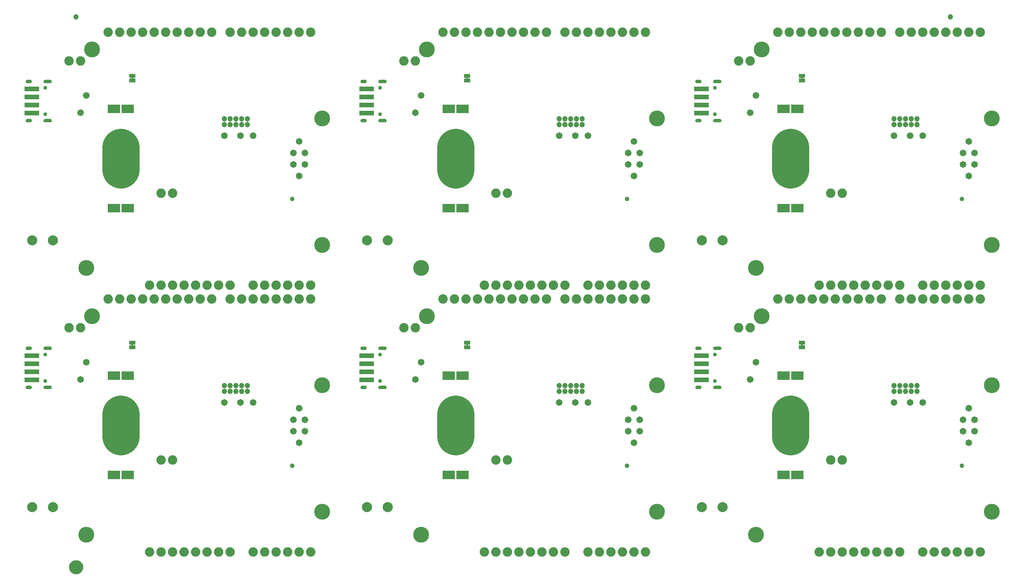
<source format=gbs>
G04 EAGLE Gerber RS-274X export*
G75*
%MOMM*%
%FSLAX34Y34*%
%LPD*%
%INSoldermask Bottom*%
%IPPOS*%
%AMOC8*
5,1,8,0,0,1.08239X$1,22.5*%
G01*
%ADD10C,3.505200*%
%ADD11C,2.235200*%
%ADD12C,0.853200*%
%ADD13R,3.203200X1.103200*%
%ADD14C,1.473200*%
%ADD15C,1.203200*%
%ADD16R,2.743200X1.981200*%
%ADD17C,8.203200*%
%ADD18C,2.082800*%
%ADD19C,1.003200*%
%ADD20R,1.473200X0.838200*%
%ADD21C,1.270000*%
%ADD22C,1.703200*%

G36*
X59880Y1047824D02*
X59880Y1047824D01*
X59942Y1047824D01*
X60660Y1047912D01*
X60667Y1047914D01*
X60675Y1047914D01*
X60838Y1047955D01*
X61514Y1048212D01*
X61521Y1048216D01*
X61529Y1048218D01*
X61677Y1048297D01*
X62272Y1048708D01*
X62278Y1048714D01*
X62285Y1048717D01*
X62303Y1048733D01*
X62306Y1048735D01*
X62313Y1048742D01*
X62409Y1048830D01*
X62889Y1049371D01*
X62893Y1049378D01*
X62899Y1049383D01*
X62993Y1049522D01*
X63329Y1050162D01*
X63332Y1050170D01*
X63336Y1050177D01*
X63394Y1050334D01*
X63567Y1051036D01*
X63568Y1051044D01*
X63571Y1051052D01*
X63589Y1051218D01*
X63589Y1051942D01*
X63588Y1051950D01*
X63589Y1051958D01*
X63567Y1052124D01*
X63394Y1052826D01*
X63391Y1052833D01*
X63390Y1052841D01*
X63329Y1052998D01*
X62993Y1053638D01*
X62988Y1053644D01*
X62985Y1053652D01*
X62889Y1053789D01*
X62409Y1054330D01*
X62403Y1054335D01*
X62399Y1054342D01*
X62272Y1054452D01*
X61677Y1054863D01*
X61669Y1054866D01*
X61663Y1054872D01*
X61514Y1054948D01*
X60838Y1055205D01*
X60830Y1055206D01*
X60823Y1055210D01*
X60660Y1055249D01*
X59942Y1055336D01*
X59912Y1055334D01*
X59850Y1055341D01*
X48850Y1055341D01*
X48820Y1055336D01*
X48758Y1055336D01*
X48040Y1055249D01*
X48033Y1055246D01*
X48025Y1055246D01*
X47862Y1055205D01*
X47186Y1054948D01*
X47179Y1054944D01*
X47171Y1054942D01*
X47023Y1054863D01*
X46428Y1054452D01*
X46422Y1054447D01*
X46415Y1054443D01*
X46291Y1054330D01*
X45811Y1053789D01*
X45807Y1053782D01*
X45801Y1053777D01*
X45707Y1053638D01*
X45371Y1052998D01*
X45368Y1052990D01*
X45364Y1052983D01*
X45306Y1052826D01*
X45133Y1052124D01*
X45132Y1052116D01*
X45129Y1052108D01*
X45111Y1051942D01*
X45111Y1051218D01*
X45112Y1051210D01*
X45111Y1051203D01*
X45133Y1051036D01*
X45306Y1050334D01*
X45309Y1050327D01*
X45310Y1050319D01*
X45371Y1050162D01*
X45707Y1049522D01*
X45712Y1049516D01*
X45715Y1049508D01*
X45811Y1049371D01*
X46291Y1048830D01*
X46297Y1048825D01*
X46301Y1048818D01*
X46428Y1048708D01*
X47023Y1048297D01*
X47031Y1048294D01*
X47037Y1048288D01*
X47186Y1048212D01*
X47862Y1047955D01*
X47870Y1047954D01*
X47877Y1047950D01*
X48040Y1047912D01*
X48758Y1047824D01*
X48788Y1047826D01*
X48850Y1047819D01*
X59850Y1047819D01*
X59880Y1047824D01*
G37*
G36*
X1538160Y1047824D02*
X1538160Y1047824D01*
X1538222Y1047824D01*
X1538940Y1047912D01*
X1538947Y1047914D01*
X1538955Y1047914D01*
X1539118Y1047955D01*
X1539794Y1048212D01*
X1539801Y1048216D01*
X1539809Y1048218D01*
X1539957Y1048297D01*
X1540552Y1048708D01*
X1540558Y1048714D01*
X1540565Y1048717D01*
X1540583Y1048733D01*
X1540586Y1048735D01*
X1540593Y1048742D01*
X1540689Y1048830D01*
X1541169Y1049371D01*
X1541173Y1049378D01*
X1541179Y1049383D01*
X1541273Y1049522D01*
X1541609Y1050162D01*
X1541612Y1050170D01*
X1541616Y1050177D01*
X1541674Y1050334D01*
X1541847Y1051036D01*
X1541848Y1051044D01*
X1541851Y1051052D01*
X1541869Y1051218D01*
X1541869Y1051942D01*
X1541868Y1051950D01*
X1541869Y1051958D01*
X1541847Y1052124D01*
X1541674Y1052826D01*
X1541671Y1052833D01*
X1541670Y1052841D01*
X1541609Y1052998D01*
X1541273Y1053638D01*
X1541268Y1053644D01*
X1541265Y1053652D01*
X1541169Y1053789D01*
X1540689Y1054330D01*
X1540683Y1054335D01*
X1540679Y1054342D01*
X1540552Y1054452D01*
X1539957Y1054863D01*
X1539949Y1054866D01*
X1539943Y1054872D01*
X1539794Y1054948D01*
X1539118Y1055205D01*
X1539110Y1055206D01*
X1539103Y1055210D01*
X1538940Y1055249D01*
X1538222Y1055336D01*
X1538192Y1055334D01*
X1538130Y1055341D01*
X1527130Y1055341D01*
X1527100Y1055336D01*
X1527038Y1055336D01*
X1526320Y1055249D01*
X1526313Y1055246D01*
X1526305Y1055246D01*
X1526142Y1055205D01*
X1525466Y1054948D01*
X1525459Y1054944D01*
X1525451Y1054942D01*
X1525303Y1054863D01*
X1524708Y1054452D01*
X1524702Y1054447D01*
X1524695Y1054443D01*
X1524571Y1054330D01*
X1524091Y1053789D01*
X1524087Y1053782D01*
X1524081Y1053777D01*
X1523987Y1053638D01*
X1523651Y1052998D01*
X1523648Y1052990D01*
X1523644Y1052983D01*
X1523586Y1052826D01*
X1523413Y1052124D01*
X1523412Y1052116D01*
X1523409Y1052108D01*
X1523391Y1051942D01*
X1523391Y1051218D01*
X1523392Y1051210D01*
X1523391Y1051203D01*
X1523413Y1051036D01*
X1523586Y1050334D01*
X1523589Y1050327D01*
X1523590Y1050319D01*
X1523651Y1050162D01*
X1523987Y1049522D01*
X1523992Y1049516D01*
X1523995Y1049508D01*
X1524091Y1049371D01*
X1524571Y1048830D01*
X1524577Y1048825D01*
X1524581Y1048818D01*
X1524708Y1048708D01*
X1525303Y1048297D01*
X1525311Y1048294D01*
X1525317Y1048288D01*
X1525466Y1048212D01*
X1526142Y1047955D01*
X1526150Y1047954D01*
X1526157Y1047950D01*
X1526320Y1047912D01*
X1527038Y1047824D01*
X1527068Y1047826D01*
X1527130Y1047819D01*
X1538130Y1047819D01*
X1538160Y1047824D01*
G37*
G36*
X799020Y1047824D02*
X799020Y1047824D01*
X799082Y1047824D01*
X799800Y1047912D01*
X799807Y1047914D01*
X799815Y1047914D01*
X799978Y1047955D01*
X800654Y1048212D01*
X800661Y1048216D01*
X800669Y1048218D01*
X800817Y1048297D01*
X801412Y1048708D01*
X801418Y1048714D01*
X801425Y1048717D01*
X801443Y1048733D01*
X801446Y1048735D01*
X801453Y1048742D01*
X801549Y1048830D01*
X802029Y1049371D01*
X802033Y1049378D01*
X802039Y1049383D01*
X802133Y1049522D01*
X802469Y1050162D01*
X802472Y1050170D01*
X802476Y1050177D01*
X802534Y1050334D01*
X802707Y1051036D01*
X802708Y1051044D01*
X802711Y1051052D01*
X802729Y1051218D01*
X802729Y1051942D01*
X802728Y1051950D01*
X802729Y1051958D01*
X802707Y1052124D01*
X802534Y1052826D01*
X802531Y1052833D01*
X802530Y1052841D01*
X802469Y1052998D01*
X802133Y1053638D01*
X802128Y1053644D01*
X802125Y1053652D01*
X802029Y1053789D01*
X801549Y1054330D01*
X801543Y1054335D01*
X801539Y1054342D01*
X801412Y1054452D01*
X800817Y1054863D01*
X800809Y1054866D01*
X800803Y1054872D01*
X800654Y1054948D01*
X799978Y1055205D01*
X799970Y1055206D01*
X799963Y1055210D01*
X799800Y1055249D01*
X799082Y1055336D01*
X799052Y1055334D01*
X798990Y1055341D01*
X787990Y1055341D01*
X787960Y1055336D01*
X787898Y1055336D01*
X787180Y1055249D01*
X787173Y1055246D01*
X787165Y1055246D01*
X787002Y1055205D01*
X786326Y1054948D01*
X786319Y1054944D01*
X786311Y1054942D01*
X786163Y1054863D01*
X785568Y1054452D01*
X785562Y1054447D01*
X785555Y1054443D01*
X785431Y1054330D01*
X784951Y1053789D01*
X784947Y1053782D01*
X784941Y1053777D01*
X784847Y1053638D01*
X784511Y1052998D01*
X784508Y1052990D01*
X784504Y1052983D01*
X784446Y1052826D01*
X784273Y1052124D01*
X784272Y1052116D01*
X784269Y1052108D01*
X784251Y1051942D01*
X784251Y1051218D01*
X784252Y1051210D01*
X784251Y1051203D01*
X784273Y1051036D01*
X784446Y1050334D01*
X784449Y1050327D01*
X784450Y1050319D01*
X784511Y1050162D01*
X784847Y1049522D01*
X784852Y1049516D01*
X784855Y1049508D01*
X784951Y1049371D01*
X785431Y1048830D01*
X785437Y1048825D01*
X785441Y1048818D01*
X785568Y1048708D01*
X786163Y1048297D01*
X786171Y1048294D01*
X786177Y1048288D01*
X786326Y1048212D01*
X787002Y1047955D01*
X787010Y1047954D01*
X787017Y1047950D01*
X787180Y1047912D01*
X787898Y1047824D01*
X787928Y1047826D01*
X787990Y1047819D01*
X798990Y1047819D01*
X799020Y1047824D01*
G37*
G36*
X1538160Y961424D02*
X1538160Y961424D01*
X1538222Y961424D01*
X1538940Y961512D01*
X1538947Y961514D01*
X1538955Y961514D01*
X1539118Y961555D01*
X1539794Y961812D01*
X1539801Y961816D01*
X1539809Y961818D01*
X1539957Y961897D01*
X1540552Y962308D01*
X1540558Y962314D01*
X1540565Y962317D01*
X1540583Y962333D01*
X1540586Y962335D01*
X1540593Y962342D01*
X1540689Y962430D01*
X1541169Y962971D01*
X1541173Y962978D01*
X1541179Y962983D01*
X1541273Y963122D01*
X1541609Y963762D01*
X1541612Y963770D01*
X1541616Y963777D01*
X1541674Y963934D01*
X1541847Y964636D01*
X1541848Y964644D01*
X1541851Y964652D01*
X1541869Y964818D01*
X1541869Y965542D01*
X1541868Y965550D01*
X1541869Y965558D01*
X1541847Y965724D01*
X1541674Y966426D01*
X1541671Y966433D01*
X1541670Y966441D01*
X1541609Y966598D01*
X1541273Y967238D01*
X1541268Y967244D01*
X1541265Y967252D01*
X1541169Y967389D01*
X1540689Y967930D01*
X1540683Y967935D01*
X1540679Y967942D01*
X1540552Y968052D01*
X1539957Y968463D01*
X1539949Y968466D01*
X1539943Y968472D01*
X1539794Y968548D01*
X1539118Y968805D01*
X1539110Y968806D01*
X1539103Y968810D01*
X1538940Y968849D01*
X1538222Y968936D01*
X1538192Y968934D01*
X1538130Y968941D01*
X1527130Y968941D01*
X1527100Y968936D01*
X1527038Y968936D01*
X1526320Y968849D01*
X1526313Y968846D01*
X1526305Y968846D01*
X1526142Y968805D01*
X1525466Y968548D01*
X1525459Y968544D01*
X1525451Y968542D01*
X1525303Y968463D01*
X1524708Y968052D01*
X1524702Y968047D01*
X1524695Y968043D01*
X1524571Y967930D01*
X1524091Y967389D01*
X1524087Y967382D01*
X1524081Y967377D01*
X1523987Y967238D01*
X1523651Y966598D01*
X1523648Y966590D01*
X1523644Y966583D01*
X1523586Y966426D01*
X1523413Y965724D01*
X1523412Y965716D01*
X1523409Y965708D01*
X1523391Y965542D01*
X1523391Y964818D01*
X1523392Y964810D01*
X1523391Y964803D01*
X1523413Y964636D01*
X1523586Y963934D01*
X1523589Y963927D01*
X1523590Y963919D01*
X1523651Y963762D01*
X1523987Y963122D01*
X1523992Y963116D01*
X1523995Y963108D01*
X1524091Y962971D01*
X1524571Y962430D01*
X1524577Y962425D01*
X1524581Y962418D01*
X1524708Y962308D01*
X1525303Y961897D01*
X1525311Y961894D01*
X1525317Y961888D01*
X1525466Y961812D01*
X1526142Y961555D01*
X1526150Y961554D01*
X1526157Y961550D01*
X1526320Y961512D01*
X1527038Y961424D01*
X1527068Y961426D01*
X1527130Y961419D01*
X1538130Y961419D01*
X1538160Y961424D01*
G37*
G36*
X59880Y961424D02*
X59880Y961424D01*
X59942Y961424D01*
X60660Y961512D01*
X60667Y961514D01*
X60675Y961514D01*
X60838Y961555D01*
X61514Y961812D01*
X61521Y961816D01*
X61529Y961818D01*
X61677Y961897D01*
X62272Y962308D01*
X62278Y962314D01*
X62285Y962317D01*
X62303Y962333D01*
X62306Y962335D01*
X62313Y962342D01*
X62409Y962430D01*
X62889Y962971D01*
X62893Y962978D01*
X62899Y962983D01*
X62993Y963122D01*
X63329Y963762D01*
X63332Y963770D01*
X63336Y963777D01*
X63394Y963934D01*
X63567Y964636D01*
X63568Y964644D01*
X63571Y964652D01*
X63589Y964818D01*
X63589Y965542D01*
X63588Y965550D01*
X63589Y965558D01*
X63567Y965724D01*
X63394Y966426D01*
X63391Y966433D01*
X63390Y966441D01*
X63329Y966598D01*
X62993Y967238D01*
X62988Y967244D01*
X62985Y967252D01*
X62889Y967389D01*
X62409Y967930D01*
X62403Y967935D01*
X62399Y967942D01*
X62272Y968052D01*
X61677Y968463D01*
X61669Y968466D01*
X61663Y968472D01*
X61514Y968548D01*
X60838Y968805D01*
X60830Y968806D01*
X60823Y968810D01*
X60660Y968849D01*
X59942Y968936D01*
X59912Y968934D01*
X59850Y968941D01*
X48850Y968941D01*
X48820Y968936D01*
X48758Y968936D01*
X48040Y968849D01*
X48033Y968846D01*
X48025Y968846D01*
X47862Y968805D01*
X47186Y968548D01*
X47179Y968544D01*
X47171Y968542D01*
X47023Y968463D01*
X46428Y968052D01*
X46422Y968047D01*
X46415Y968043D01*
X46291Y967930D01*
X45811Y967389D01*
X45807Y967382D01*
X45801Y967377D01*
X45707Y967238D01*
X45371Y966598D01*
X45368Y966590D01*
X45364Y966583D01*
X45306Y966426D01*
X45133Y965724D01*
X45132Y965716D01*
X45129Y965708D01*
X45111Y965542D01*
X45111Y964818D01*
X45112Y964810D01*
X45111Y964803D01*
X45133Y964636D01*
X45306Y963934D01*
X45309Y963927D01*
X45310Y963919D01*
X45371Y963762D01*
X45707Y963122D01*
X45712Y963116D01*
X45715Y963108D01*
X45811Y962971D01*
X46291Y962430D01*
X46297Y962425D01*
X46301Y962418D01*
X46428Y962308D01*
X47023Y961897D01*
X47031Y961894D01*
X47037Y961888D01*
X47186Y961812D01*
X47862Y961555D01*
X47870Y961554D01*
X47877Y961550D01*
X48040Y961512D01*
X48758Y961424D01*
X48788Y961426D01*
X48850Y961419D01*
X59850Y961419D01*
X59880Y961424D01*
G37*
G36*
X799020Y961424D02*
X799020Y961424D01*
X799082Y961424D01*
X799800Y961512D01*
X799807Y961514D01*
X799815Y961514D01*
X799978Y961555D01*
X800654Y961812D01*
X800661Y961816D01*
X800669Y961818D01*
X800817Y961897D01*
X801412Y962308D01*
X801418Y962314D01*
X801425Y962317D01*
X801443Y962333D01*
X801446Y962335D01*
X801453Y962342D01*
X801549Y962430D01*
X802029Y962971D01*
X802033Y962978D01*
X802039Y962983D01*
X802133Y963122D01*
X802469Y963762D01*
X802472Y963770D01*
X802476Y963777D01*
X802534Y963934D01*
X802707Y964636D01*
X802708Y964644D01*
X802711Y964652D01*
X802729Y964818D01*
X802729Y965542D01*
X802728Y965550D01*
X802729Y965558D01*
X802707Y965724D01*
X802534Y966426D01*
X802531Y966433D01*
X802530Y966441D01*
X802469Y966598D01*
X802133Y967238D01*
X802128Y967244D01*
X802125Y967252D01*
X802029Y967389D01*
X801549Y967930D01*
X801543Y967935D01*
X801539Y967942D01*
X801412Y968052D01*
X800817Y968463D01*
X800809Y968466D01*
X800803Y968472D01*
X800654Y968548D01*
X799978Y968805D01*
X799970Y968806D01*
X799963Y968810D01*
X799800Y968849D01*
X799082Y968936D01*
X799052Y968934D01*
X798990Y968941D01*
X787990Y968941D01*
X787960Y968936D01*
X787898Y968936D01*
X787180Y968849D01*
X787173Y968846D01*
X787165Y968846D01*
X787002Y968805D01*
X786326Y968548D01*
X786319Y968544D01*
X786311Y968542D01*
X786163Y968463D01*
X785568Y968052D01*
X785562Y968047D01*
X785555Y968043D01*
X785431Y967930D01*
X784951Y967389D01*
X784947Y967382D01*
X784941Y967377D01*
X784847Y967238D01*
X784511Y966598D01*
X784508Y966590D01*
X784504Y966583D01*
X784446Y966426D01*
X784273Y965724D01*
X784272Y965716D01*
X784269Y965708D01*
X784251Y965542D01*
X784251Y964818D01*
X784252Y964810D01*
X784251Y964803D01*
X784273Y964636D01*
X784446Y963934D01*
X784449Y963927D01*
X784450Y963919D01*
X784511Y963762D01*
X784847Y963122D01*
X784852Y963116D01*
X784855Y963108D01*
X784951Y962971D01*
X785431Y962430D01*
X785437Y962425D01*
X785441Y962418D01*
X785568Y962308D01*
X786163Y961897D01*
X786171Y961894D01*
X786177Y961888D01*
X786326Y961812D01*
X787002Y961555D01*
X787010Y961554D01*
X787017Y961550D01*
X787180Y961512D01*
X787898Y961424D01*
X787928Y961426D01*
X787990Y961419D01*
X798990Y961419D01*
X799020Y961424D01*
G37*
G36*
X1538160Y458544D02*
X1538160Y458544D01*
X1538222Y458544D01*
X1538940Y458632D01*
X1538947Y458634D01*
X1538955Y458634D01*
X1539118Y458675D01*
X1539794Y458932D01*
X1539801Y458936D01*
X1539809Y458938D01*
X1539957Y459017D01*
X1540552Y459428D01*
X1540558Y459434D01*
X1540565Y459437D01*
X1540583Y459453D01*
X1540586Y459455D01*
X1540593Y459462D01*
X1540689Y459550D01*
X1541169Y460091D01*
X1541173Y460098D01*
X1541179Y460103D01*
X1541273Y460242D01*
X1541609Y460882D01*
X1541612Y460890D01*
X1541616Y460897D01*
X1541674Y461054D01*
X1541847Y461756D01*
X1541848Y461764D01*
X1541851Y461772D01*
X1541869Y461938D01*
X1541869Y462662D01*
X1541868Y462670D01*
X1541869Y462678D01*
X1541847Y462844D01*
X1541674Y463546D01*
X1541671Y463553D01*
X1541670Y463561D01*
X1541609Y463718D01*
X1541273Y464358D01*
X1541268Y464364D01*
X1541265Y464372D01*
X1541169Y464509D01*
X1540689Y465050D01*
X1540683Y465055D01*
X1540679Y465062D01*
X1540552Y465172D01*
X1539957Y465583D01*
X1539949Y465586D01*
X1539943Y465592D01*
X1539794Y465668D01*
X1539118Y465925D01*
X1539110Y465926D01*
X1539103Y465930D01*
X1538940Y465969D01*
X1538222Y466056D01*
X1538192Y466054D01*
X1538130Y466061D01*
X1527130Y466061D01*
X1527100Y466056D01*
X1527038Y466056D01*
X1526320Y465969D01*
X1526313Y465966D01*
X1526305Y465966D01*
X1526142Y465925D01*
X1525466Y465668D01*
X1525459Y465664D01*
X1525451Y465662D01*
X1525303Y465583D01*
X1524708Y465172D01*
X1524702Y465167D01*
X1524695Y465163D01*
X1524571Y465050D01*
X1524091Y464509D01*
X1524087Y464502D01*
X1524081Y464497D01*
X1523987Y464358D01*
X1523651Y463718D01*
X1523648Y463710D01*
X1523644Y463703D01*
X1523586Y463546D01*
X1523413Y462844D01*
X1523412Y462836D01*
X1523409Y462828D01*
X1523391Y462662D01*
X1523391Y461938D01*
X1523392Y461930D01*
X1523391Y461923D01*
X1523413Y461756D01*
X1523586Y461054D01*
X1523589Y461047D01*
X1523590Y461039D01*
X1523651Y460882D01*
X1523987Y460242D01*
X1523992Y460236D01*
X1523995Y460228D01*
X1524091Y460091D01*
X1524571Y459550D01*
X1524577Y459545D01*
X1524581Y459538D01*
X1524708Y459428D01*
X1525303Y459017D01*
X1525311Y459014D01*
X1525317Y459008D01*
X1525466Y458932D01*
X1526142Y458675D01*
X1526150Y458674D01*
X1526157Y458670D01*
X1526320Y458632D01*
X1527038Y458544D01*
X1527068Y458546D01*
X1527130Y458539D01*
X1538130Y458539D01*
X1538160Y458544D01*
G37*
G36*
X799020Y458544D02*
X799020Y458544D01*
X799082Y458544D01*
X799800Y458632D01*
X799807Y458634D01*
X799815Y458634D01*
X799978Y458675D01*
X800654Y458932D01*
X800661Y458936D01*
X800669Y458938D01*
X800817Y459017D01*
X801412Y459428D01*
X801418Y459434D01*
X801425Y459437D01*
X801443Y459453D01*
X801446Y459455D01*
X801453Y459462D01*
X801549Y459550D01*
X802029Y460091D01*
X802033Y460098D01*
X802039Y460103D01*
X802133Y460242D01*
X802469Y460882D01*
X802472Y460890D01*
X802476Y460897D01*
X802534Y461054D01*
X802707Y461756D01*
X802708Y461764D01*
X802711Y461772D01*
X802729Y461938D01*
X802729Y462662D01*
X802728Y462670D01*
X802729Y462678D01*
X802707Y462844D01*
X802534Y463546D01*
X802531Y463553D01*
X802530Y463561D01*
X802469Y463718D01*
X802133Y464358D01*
X802128Y464364D01*
X802125Y464372D01*
X802029Y464509D01*
X801549Y465050D01*
X801543Y465055D01*
X801539Y465062D01*
X801412Y465172D01*
X800817Y465583D01*
X800809Y465586D01*
X800803Y465592D01*
X800654Y465668D01*
X799978Y465925D01*
X799970Y465926D01*
X799963Y465930D01*
X799800Y465969D01*
X799082Y466056D01*
X799052Y466054D01*
X798990Y466061D01*
X787990Y466061D01*
X787960Y466056D01*
X787898Y466056D01*
X787180Y465969D01*
X787173Y465966D01*
X787165Y465966D01*
X787002Y465925D01*
X786326Y465668D01*
X786319Y465664D01*
X786311Y465662D01*
X786163Y465583D01*
X785568Y465172D01*
X785562Y465167D01*
X785555Y465163D01*
X785431Y465050D01*
X784951Y464509D01*
X784947Y464502D01*
X784941Y464497D01*
X784847Y464358D01*
X784511Y463718D01*
X784508Y463710D01*
X784504Y463703D01*
X784446Y463546D01*
X784273Y462844D01*
X784272Y462836D01*
X784269Y462828D01*
X784251Y462662D01*
X784251Y461938D01*
X784252Y461930D01*
X784251Y461923D01*
X784273Y461756D01*
X784446Y461054D01*
X784449Y461047D01*
X784450Y461039D01*
X784511Y460882D01*
X784847Y460242D01*
X784852Y460236D01*
X784855Y460228D01*
X784951Y460091D01*
X785431Y459550D01*
X785437Y459545D01*
X785441Y459538D01*
X785568Y459428D01*
X786163Y459017D01*
X786171Y459014D01*
X786177Y459008D01*
X786326Y458932D01*
X787002Y458675D01*
X787010Y458674D01*
X787017Y458670D01*
X787180Y458632D01*
X787898Y458544D01*
X787928Y458546D01*
X787990Y458539D01*
X798990Y458539D01*
X799020Y458544D01*
G37*
G36*
X59880Y458544D02*
X59880Y458544D01*
X59942Y458544D01*
X60660Y458632D01*
X60667Y458634D01*
X60675Y458634D01*
X60838Y458675D01*
X61514Y458932D01*
X61521Y458936D01*
X61529Y458938D01*
X61677Y459017D01*
X62272Y459428D01*
X62278Y459434D01*
X62285Y459437D01*
X62303Y459453D01*
X62306Y459455D01*
X62313Y459462D01*
X62409Y459550D01*
X62889Y460091D01*
X62893Y460098D01*
X62899Y460103D01*
X62993Y460242D01*
X63329Y460882D01*
X63332Y460890D01*
X63336Y460897D01*
X63394Y461054D01*
X63567Y461756D01*
X63568Y461764D01*
X63571Y461772D01*
X63589Y461938D01*
X63589Y462662D01*
X63588Y462670D01*
X63589Y462678D01*
X63567Y462844D01*
X63394Y463546D01*
X63391Y463553D01*
X63390Y463561D01*
X63329Y463718D01*
X62993Y464358D01*
X62988Y464364D01*
X62985Y464372D01*
X62889Y464509D01*
X62409Y465050D01*
X62403Y465055D01*
X62399Y465062D01*
X62272Y465172D01*
X61677Y465583D01*
X61669Y465586D01*
X61663Y465592D01*
X61514Y465668D01*
X60838Y465925D01*
X60830Y465926D01*
X60823Y465930D01*
X60660Y465969D01*
X59942Y466056D01*
X59912Y466054D01*
X59850Y466061D01*
X48850Y466061D01*
X48820Y466056D01*
X48758Y466056D01*
X48040Y465969D01*
X48033Y465966D01*
X48025Y465966D01*
X47862Y465925D01*
X47186Y465668D01*
X47179Y465664D01*
X47171Y465662D01*
X47023Y465583D01*
X46428Y465172D01*
X46422Y465167D01*
X46415Y465163D01*
X46291Y465050D01*
X45811Y464509D01*
X45807Y464502D01*
X45801Y464497D01*
X45707Y464358D01*
X45371Y463718D01*
X45368Y463710D01*
X45364Y463703D01*
X45306Y463546D01*
X45133Y462844D01*
X45132Y462836D01*
X45129Y462828D01*
X45111Y462662D01*
X45111Y461938D01*
X45112Y461930D01*
X45111Y461923D01*
X45133Y461756D01*
X45306Y461054D01*
X45309Y461047D01*
X45310Y461039D01*
X45371Y460882D01*
X45707Y460242D01*
X45712Y460236D01*
X45715Y460228D01*
X45811Y460091D01*
X46291Y459550D01*
X46297Y459545D01*
X46301Y459538D01*
X46428Y459428D01*
X47023Y459017D01*
X47031Y459014D01*
X47037Y459008D01*
X47186Y458932D01*
X47862Y458675D01*
X47870Y458674D01*
X47877Y458670D01*
X48040Y458632D01*
X48758Y458544D01*
X48788Y458546D01*
X48850Y458539D01*
X59850Y458539D01*
X59880Y458544D01*
G37*
G36*
X59880Y372144D02*
X59880Y372144D01*
X59942Y372144D01*
X60660Y372232D01*
X60667Y372234D01*
X60675Y372234D01*
X60838Y372275D01*
X61514Y372532D01*
X61521Y372536D01*
X61529Y372538D01*
X61677Y372617D01*
X62272Y373028D01*
X62278Y373034D01*
X62285Y373037D01*
X62303Y373053D01*
X62306Y373055D01*
X62313Y373062D01*
X62409Y373150D01*
X62889Y373691D01*
X62893Y373698D01*
X62899Y373703D01*
X62993Y373842D01*
X63329Y374482D01*
X63332Y374490D01*
X63336Y374497D01*
X63394Y374654D01*
X63567Y375356D01*
X63568Y375364D01*
X63571Y375372D01*
X63589Y375538D01*
X63589Y376262D01*
X63588Y376270D01*
X63589Y376278D01*
X63567Y376444D01*
X63394Y377146D01*
X63391Y377153D01*
X63390Y377161D01*
X63329Y377318D01*
X62993Y377958D01*
X62988Y377964D01*
X62985Y377972D01*
X62889Y378109D01*
X62409Y378650D01*
X62403Y378655D01*
X62399Y378662D01*
X62272Y378772D01*
X61677Y379183D01*
X61669Y379186D01*
X61663Y379192D01*
X61514Y379268D01*
X60838Y379525D01*
X60830Y379526D01*
X60823Y379530D01*
X60660Y379569D01*
X59942Y379656D01*
X59912Y379654D01*
X59850Y379661D01*
X48850Y379661D01*
X48820Y379656D01*
X48758Y379656D01*
X48040Y379569D01*
X48033Y379566D01*
X48025Y379566D01*
X47862Y379525D01*
X47186Y379268D01*
X47179Y379264D01*
X47171Y379262D01*
X47023Y379183D01*
X46428Y378772D01*
X46422Y378767D01*
X46415Y378763D01*
X46291Y378650D01*
X45811Y378109D01*
X45807Y378102D01*
X45801Y378097D01*
X45707Y377958D01*
X45371Y377318D01*
X45368Y377310D01*
X45364Y377303D01*
X45306Y377146D01*
X45133Y376444D01*
X45132Y376436D01*
X45129Y376428D01*
X45111Y376262D01*
X45111Y375538D01*
X45112Y375530D01*
X45111Y375523D01*
X45133Y375356D01*
X45306Y374654D01*
X45309Y374647D01*
X45310Y374639D01*
X45371Y374482D01*
X45707Y373842D01*
X45712Y373836D01*
X45715Y373828D01*
X45811Y373691D01*
X46291Y373150D01*
X46297Y373145D01*
X46301Y373138D01*
X46428Y373028D01*
X47023Y372617D01*
X47031Y372614D01*
X47037Y372608D01*
X47186Y372532D01*
X47862Y372275D01*
X47870Y372274D01*
X47877Y372270D01*
X48040Y372232D01*
X48758Y372144D01*
X48788Y372146D01*
X48850Y372139D01*
X59850Y372139D01*
X59880Y372144D01*
G37*
G36*
X1538160Y372144D02*
X1538160Y372144D01*
X1538222Y372144D01*
X1538940Y372232D01*
X1538947Y372234D01*
X1538955Y372234D01*
X1539118Y372275D01*
X1539794Y372532D01*
X1539801Y372536D01*
X1539809Y372538D01*
X1539957Y372617D01*
X1540552Y373028D01*
X1540558Y373034D01*
X1540565Y373037D01*
X1540583Y373053D01*
X1540586Y373055D01*
X1540593Y373062D01*
X1540689Y373150D01*
X1541169Y373691D01*
X1541173Y373698D01*
X1541179Y373703D01*
X1541273Y373842D01*
X1541609Y374482D01*
X1541612Y374490D01*
X1541616Y374497D01*
X1541674Y374654D01*
X1541847Y375356D01*
X1541848Y375364D01*
X1541851Y375372D01*
X1541869Y375538D01*
X1541869Y376262D01*
X1541868Y376270D01*
X1541869Y376278D01*
X1541847Y376444D01*
X1541674Y377146D01*
X1541671Y377153D01*
X1541670Y377161D01*
X1541609Y377318D01*
X1541273Y377958D01*
X1541268Y377964D01*
X1541265Y377972D01*
X1541169Y378109D01*
X1540689Y378650D01*
X1540683Y378655D01*
X1540679Y378662D01*
X1540552Y378772D01*
X1539957Y379183D01*
X1539949Y379186D01*
X1539943Y379192D01*
X1539794Y379268D01*
X1539118Y379525D01*
X1539110Y379526D01*
X1539103Y379530D01*
X1538940Y379569D01*
X1538222Y379656D01*
X1538192Y379654D01*
X1538130Y379661D01*
X1527130Y379661D01*
X1527100Y379656D01*
X1527038Y379656D01*
X1526320Y379569D01*
X1526313Y379566D01*
X1526305Y379566D01*
X1526142Y379525D01*
X1525466Y379268D01*
X1525459Y379264D01*
X1525451Y379262D01*
X1525303Y379183D01*
X1524708Y378772D01*
X1524702Y378767D01*
X1524695Y378763D01*
X1524571Y378650D01*
X1524091Y378109D01*
X1524087Y378102D01*
X1524081Y378097D01*
X1523987Y377958D01*
X1523651Y377318D01*
X1523648Y377310D01*
X1523644Y377303D01*
X1523586Y377146D01*
X1523413Y376444D01*
X1523412Y376436D01*
X1523409Y376428D01*
X1523391Y376262D01*
X1523391Y375538D01*
X1523392Y375530D01*
X1523391Y375523D01*
X1523413Y375356D01*
X1523586Y374654D01*
X1523589Y374647D01*
X1523590Y374639D01*
X1523651Y374482D01*
X1523987Y373842D01*
X1523992Y373836D01*
X1523995Y373828D01*
X1524091Y373691D01*
X1524571Y373150D01*
X1524577Y373145D01*
X1524581Y373138D01*
X1524708Y373028D01*
X1525303Y372617D01*
X1525311Y372614D01*
X1525317Y372608D01*
X1525466Y372532D01*
X1526142Y372275D01*
X1526150Y372274D01*
X1526157Y372270D01*
X1526320Y372232D01*
X1527038Y372144D01*
X1527068Y372146D01*
X1527130Y372139D01*
X1538130Y372139D01*
X1538160Y372144D01*
G37*
G36*
X799020Y372144D02*
X799020Y372144D01*
X799082Y372144D01*
X799800Y372232D01*
X799807Y372234D01*
X799815Y372234D01*
X799978Y372275D01*
X800654Y372532D01*
X800661Y372536D01*
X800669Y372538D01*
X800817Y372617D01*
X801412Y373028D01*
X801418Y373034D01*
X801425Y373037D01*
X801443Y373053D01*
X801446Y373055D01*
X801453Y373062D01*
X801549Y373150D01*
X802029Y373691D01*
X802033Y373698D01*
X802039Y373703D01*
X802133Y373842D01*
X802469Y374482D01*
X802472Y374490D01*
X802476Y374497D01*
X802534Y374654D01*
X802707Y375356D01*
X802708Y375364D01*
X802711Y375372D01*
X802729Y375538D01*
X802729Y376262D01*
X802728Y376270D01*
X802729Y376278D01*
X802707Y376444D01*
X802534Y377146D01*
X802531Y377153D01*
X802530Y377161D01*
X802469Y377318D01*
X802133Y377958D01*
X802128Y377964D01*
X802125Y377972D01*
X802029Y378109D01*
X801549Y378650D01*
X801543Y378655D01*
X801539Y378662D01*
X801412Y378772D01*
X800817Y379183D01*
X800809Y379186D01*
X800803Y379192D01*
X800654Y379268D01*
X799978Y379525D01*
X799970Y379526D01*
X799963Y379530D01*
X799800Y379569D01*
X799082Y379656D01*
X799052Y379654D01*
X798990Y379661D01*
X787990Y379661D01*
X787960Y379656D01*
X787898Y379656D01*
X787180Y379569D01*
X787173Y379566D01*
X787165Y379566D01*
X787002Y379525D01*
X786326Y379268D01*
X786319Y379264D01*
X786311Y379262D01*
X786163Y379183D01*
X785568Y378772D01*
X785562Y378767D01*
X785555Y378763D01*
X785431Y378650D01*
X784951Y378109D01*
X784947Y378102D01*
X784941Y378097D01*
X784847Y377958D01*
X784511Y377318D01*
X784508Y377310D01*
X784504Y377303D01*
X784446Y377146D01*
X784273Y376444D01*
X784272Y376436D01*
X784269Y376428D01*
X784251Y376262D01*
X784251Y375538D01*
X784252Y375530D01*
X784251Y375523D01*
X784273Y375356D01*
X784446Y374654D01*
X784449Y374647D01*
X784450Y374639D01*
X784511Y374482D01*
X784847Y373842D01*
X784852Y373836D01*
X784855Y373828D01*
X784951Y373691D01*
X785431Y373150D01*
X785437Y373145D01*
X785441Y373138D01*
X785568Y373028D01*
X786163Y372617D01*
X786171Y372614D01*
X786177Y372608D01*
X786326Y372532D01*
X787002Y372275D01*
X787010Y372274D01*
X787017Y372270D01*
X787180Y372232D01*
X787898Y372144D01*
X787928Y372146D01*
X787990Y372139D01*
X798990Y372139D01*
X799020Y372144D01*
G37*
G36*
X754870Y1047824D02*
X754870Y1047824D01*
X754932Y1047824D01*
X755650Y1047912D01*
X755657Y1047914D01*
X755665Y1047914D01*
X755828Y1047955D01*
X756504Y1048212D01*
X756511Y1048216D01*
X756519Y1048218D01*
X756667Y1048297D01*
X757262Y1048708D01*
X757268Y1048714D01*
X757275Y1048717D01*
X757293Y1048733D01*
X757296Y1048735D01*
X757303Y1048742D01*
X757399Y1048830D01*
X757879Y1049371D01*
X757883Y1049378D01*
X757889Y1049383D01*
X757983Y1049522D01*
X758319Y1050162D01*
X758322Y1050170D01*
X758326Y1050177D01*
X758384Y1050334D01*
X758557Y1051036D01*
X758558Y1051044D01*
X758561Y1051052D01*
X758579Y1051218D01*
X758579Y1051942D01*
X758578Y1051950D01*
X758579Y1051958D01*
X758557Y1052124D01*
X758384Y1052826D01*
X758381Y1052833D01*
X758380Y1052841D01*
X758319Y1052998D01*
X757983Y1053638D01*
X757978Y1053644D01*
X757975Y1053652D01*
X757879Y1053789D01*
X757399Y1054330D01*
X757393Y1054335D01*
X757389Y1054342D01*
X757262Y1054452D01*
X756667Y1054863D01*
X756659Y1054866D01*
X756653Y1054872D01*
X756504Y1054948D01*
X755828Y1055205D01*
X755820Y1055206D01*
X755813Y1055210D01*
X755650Y1055249D01*
X754932Y1055336D01*
X754902Y1055334D01*
X754840Y1055341D01*
X748640Y1055341D01*
X748610Y1055336D01*
X748548Y1055336D01*
X747830Y1055249D01*
X747823Y1055246D01*
X747815Y1055246D01*
X747652Y1055205D01*
X746976Y1054948D01*
X746969Y1054944D01*
X746961Y1054942D01*
X746813Y1054863D01*
X746218Y1054452D01*
X746212Y1054447D01*
X746205Y1054443D01*
X746081Y1054330D01*
X745601Y1053789D01*
X745597Y1053782D01*
X745591Y1053777D01*
X745497Y1053638D01*
X745161Y1052998D01*
X745158Y1052990D01*
X745154Y1052983D01*
X745096Y1052826D01*
X744923Y1052124D01*
X744922Y1052116D01*
X744919Y1052108D01*
X744901Y1051942D01*
X744901Y1051218D01*
X744902Y1051210D01*
X744901Y1051203D01*
X744923Y1051036D01*
X745096Y1050334D01*
X745099Y1050327D01*
X745100Y1050319D01*
X745161Y1050162D01*
X745497Y1049522D01*
X745502Y1049516D01*
X745505Y1049508D01*
X745601Y1049371D01*
X746081Y1048830D01*
X746087Y1048825D01*
X746091Y1048818D01*
X746218Y1048708D01*
X746813Y1048297D01*
X746821Y1048294D01*
X746827Y1048288D01*
X746976Y1048212D01*
X747652Y1047955D01*
X747660Y1047954D01*
X747667Y1047950D01*
X747830Y1047912D01*
X748548Y1047824D01*
X748578Y1047826D01*
X748640Y1047819D01*
X754840Y1047819D01*
X754870Y1047824D01*
G37*
G36*
X1494010Y1047824D02*
X1494010Y1047824D01*
X1494072Y1047824D01*
X1494790Y1047912D01*
X1494797Y1047914D01*
X1494805Y1047914D01*
X1494968Y1047955D01*
X1495644Y1048212D01*
X1495651Y1048216D01*
X1495659Y1048218D01*
X1495807Y1048297D01*
X1496402Y1048708D01*
X1496408Y1048714D01*
X1496415Y1048717D01*
X1496433Y1048733D01*
X1496436Y1048735D01*
X1496443Y1048742D01*
X1496539Y1048830D01*
X1497019Y1049371D01*
X1497023Y1049378D01*
X1497029Y1049383D01*
X1497123Y1049522D01*
X1497459Y1050162D01*
X1497462Y1050170D01*
X1497466Y1050177D01*
X1497524Y1050334D01*
X1497697Y1051036D01*
X1497698Y1051044D01*
X1497701Y1051052D01*
X1497719Y1051218D01*
X1497719Y1051942D01*
X1497718Y1051950D01*
X1497719Y1051958D01*
X1497697Y1052124D01*
X1497524Y1052826D01*
X1497521Y1052833D01*
X1497520Y1052841D01*
X1497459Y1052998D01*
X1497123Y1053638D01*
X1497118Y1053644D01*
X1497115Y1053652D01*
X1497019Y1053789D01*
X1496539Y1054330D01*
X1496533Y1054335D01*
X1496529Y1054342D01*
X1496402Y1054452D01*
X1495807Y1054863D01*
X1495799Y1054866D01*
X1495793Y1054872D01*
X1495644Y1054948D01*
X1494968Y1055205D01*
X1494960Y1055206D01*
X1494953Y1055210D01*
X1494790Y1055249D01*
X1494072Y1055336D01*
X1494042Y1055334D01*
X1493980Y1055341D01*
X1487780Y1055341D01*
X1487750Y1055336D01*
X1487688Y1055336D01*
X1486970Y1055249D01*
X1486963Y1055246D01*
X1486955Y1055246D01*
X1486792Y1055205D01*
X1486116Y1054948D01*
X1486109Y1054944D01*
X1486101Y1054942D01*
X1485953Y1054863D01*
X1485358Y1054452D01*
X1485352Y1054447D01*
X1485345Y1054443D01*
X1485221Y1054330D01*
X1484741Y1053789D01*
X1484737Y1053782D01*
X1484731Y1053777D01*
X1484637Y1053638D01*
X1484301Y1052998D01*
X1484298Y1052990D01*
X1484294Y1052983D01*
X1484236Y1052826D01*
X1484063Y1052124D01*
X1484062Y1052116D01*
X1484059Y1052108D01*
X1484041Y1051942D01*
X1484041Y1051218D01*
X1484042Y1051210D01*
X1484041Y1051203D01*
X1484063Y1051036D01*
X1484236Y1050334D01*
X1484239Y1050327D01*
X1484240Y1050319D01*
X1484301Y1050162D01*
X1484637Y1049522D01*
X1484642Y1049516D01*
X1484645Y1049508D01*
X1484741Y1049371D01*
X1485221Y1048830D01*
X1485227Y1048825D01*
X1485231Y1048818D01*
X1485358Y1048708D01*
X1485953Y1048297D01*
X1485961Y1048294D01*
X1485967Y1048288D01*
X1486116Y1048212D01*
X1486792Y1047955D01*
X1486800Y1047954D01*
X1486807Y1047950D01*
X1486970Y1047912D01*
X1487688Y1047824D01*
X1487718Y1047826D01*
X1487780Y1047819D01*
X1493980Y1047819D01*
X1494010Y1047824D01*
G37*
G36*
X15730Y1047824D02*
X15730Y1047824D01*
X15792Y1047824D01*
X16510Y1047912D01*
X16517Y1047914D01*
X16525Y1047914D01*
X16688Y1047955D01*
X17364Y1048212D01*
X17371Y1048216D01*
X17379Y1048218D01*
X17527Y1048297D01*
X18122Y1048708D01*
X18128Y1048714D01*
X18135Y1048717D01*
X18153Y1048733D01*
X18156Y1048735D01*
X18163Y1048742D01*
X18259Y1048830D01*
X18739Y1049371D01*
X18743Y1049378D01*
X18749Y1049383D01*
X18843Y1049522D01*
X19179Y1050162D01*
X19182Y1050170D01*
X19186Y1050177D01*
X19244Y1050334D01*
X19417Y1051036D01*
X19418Y1051044D01*
X19421Y1051052D01*
X19439Y1051218D01*
X19439Y1051942D01*
X19438Y1051950D01*
X19439Y1051958D01*
X19417Y1052124D01*
X19244Y1052826D01*
X19241Y1052833D01*
X19240Y1052841D01*
X19179Y1052998D01*
X18843Y1053638D01*
X18838Y1053644D01*
X18835Y1053652D01*
X18739Y1053789D01*
X18259Y1054330D01*
X18253Y1054335D01*
X18249Y1054342D01*
X18122Y1054452D01*
X17527Y1054863D01*
X17519Y1054866D01*
X17513Y1054872D01*
X17364Y1054948D01*
X16688Y1055205D01*
X16680Y1055206D01*
X16673Y1055210D01*
X16510Y1055249D01*
X15792Y1055336D01*
X15762Y1055334D01*
X15700Y1055341D01*
X9500Y1055341D01*
X9470Y1055336D01*
X9408Y1055336D01*
X8690Y1055249D01*
X8683Y1055246D01*
X8675Y1055246D01*
X8512Y1055205D01*
X7836Y1054948D01*
X7829Y1054944D01*
X7821Y1054942D01*
X7673Y1054863D01*
X7078Y1054452D01*
X7072Y1054447D01*
X7065Y1054443D01*
X6941Y1054330D01*
X6461Y1053789D01*
X6457Y1053782D01*
X6451Y1053777D01*
X6357Y1053638D01*
X6021Y1052998D01*
X6018Y1052990D01*
X6014Y1052983D01*
X5956Y1052826D01*
X5783Y1052124D01*
X5782Y1052116D01*
X5779Y1052108D01*
X5761Y1051942D01*
X5761Y1051218D01*
X5762Y1051210D01*
X5761Y1051203D01*
X5783Y1051036D01*
X5956Y1050334D01*
X5959Y1050327D01*
X5960Y1050319D01*
X6021Y1050162D01*
X6357Y1049522D01*
X6362Y1049516D01*
X6365Y1049508D01*
X6461Y1049371D01*
X6941Y1048830D01*
X6947Y1048825D01*
X6951Y1048818D01*
X7078Y1048708D01*
X7673Y1048297D01*
X7681Y1048294D01*
X7687Y1048288D01*
X7836Y1048212D01*
X8512Y1047955D01*
X8520Y1047954D01*
X8527Y1047950D01*
X8690Y1047912D01*
X9408Y1047824D01*
X9438Y1047826D01*
X9500Y1047819D01*
X15700Y1047819D01*
X15730Y1047824D01*
G37*
G36*
X754870Y458544D02*
X754870Y458544D01*
X754932Y458544D01*
X755650Y458632D01*
X755657Y458634D01*
X755665Y458634D01*
X755828Y458675D01*
X756504Y458932D01*
X756511Y458936D01*
X756519Y458938D01*
X756667Y459017D01*
X757262Y459428D01*
X757268Y459434D01*
X757275Y459437D01*
X757293Y459453D01*
X757296Y459455D01*
X757303Y459462D01*
X757399Y459550D01*
X757879Y460091D01*
X757883Y460098D01*
X757889Y460103D01*
X757983Y460242D01*
X758319Y460882D01*
X758322Y460890D01*
X758326Y460897D01*
X758384Y461054D01*
X758557Y461756D01*
X758558Y461764D01*
X758561Y461772D01*
X758579Y461938D01*
X758579Y462662D01*
X758578Y462670D01*
X758579Y462678D01*
X758557Y462844D01*
X758384Y463546D01*
X758381Y463553D01*
X758380Y463561D01*
X758319Y463718D01*
X757983Y464358D01*
X757978Y464364D01*
X757975Y464372D01*
X757879Y464509D01*
X757399Y465050D01*
X757393Y465055D01*
X757389Y465062D01*
X757262Y465172D01*
X756667Y465583D01*
X756659Y465586D01*
X756653Y465592D01*
X756504Y465668D01*
X755828Y465925D01*
X755820Y465926D01*
X755813Y465930D01*
X755650Y465969D01*
X754932Y466056D01*
X754902Y466054D01*
X754840Y466061D01*
X748640Y466061D01*
X748610Y466056D01*
X748548Y466056D01*
X747830Y465969D01*
X747823Y465966D01*
X747815Y465966D01*
X747652Y465925D01*
X746976Y465668D01*
X746969Y465664D01*
X746961Y465662D01*
X746813Y465583D01*
X746218Y465172D01*
X746212Y465167D01*
X746205Y465163D01*
X746081Y465050D01*
X745601Y464509D01*
X745597Y464502D01*
X745591Y464497D01*
X745497Y464358D01*
X745161Y463718D01*
X745158Y463710D01*
X745154Y463703D01*
X745096Y463546D01*
X744923Y462844D01*
X744922Y462836D01*
X744919Y462828D01*
X744901Y462662D01*
X744901Y461938D01*
X744902Y461930D01*
X744901Y461923D01*
X744923Y461756D01*
X745096Y461054D01*
X745099Y461047D01*
X745100Y461039D01*
X745161Y460882D01*
X745497Y460242D01*
X745502Y460236D01*
X745505Y460228D01*
X745601Y460091D01*
X746081Y459550D01*
X746087Y459545D01*
X746091Y459538D01*
X746218Y459428D01*
X746813Y459017D01*
X746821Y459014D01*
X746827Y459008D01*
X746976Y458932D01*
X747652Y458675D01*
X747660Y458674D01*
X747667Y458670D01*
X747830Y458632D01*
X748548Y458544D01*
X748578Y458546D01*
X748640Y458539D01*
X754840Y458539D01*
X754870Y458544D01*
G37*
G36*
X1494010Y458544D02*
X1494010Y458544D01*
X1494072Y458544D01*
X1494790Y458632D01*
X1494797Y458634D01*
X1494805Y458634D01*
X1494968Y458675D01*
X1495644Y458932D01*
X1495651Y458936D01*
X1495659Y458938D01*
X1495807Y459017D01*
X1496402Y459428D01*
X1496408Y459434D01*
X1496415Y459437D01*
X1496433Y459453D01*
X1496436Y459455D01*
X1496443Y459462D01*
X1496539Y459550D01*
X1497019Y460091D01*
X1497023Y460098D01*
X1497029Y460103D01*
X1497123Y460242D01*
X1497459Y460882D01*
X1497462Y460890D01*
X1497466Y460897D01*
X1497524Y461054D01*
X1497697Y461756D01*
X1497698Y461764D01*
X1497701Y461772D01*
X1497719Y461938D01*
X1497719Y462662D01*
X1497718Y462670D01*
X1497719Y462678D01*
X1497697Y462844D01*
X1497524Y463546D01*
X1497521Y463553D01*
X1497520Y463561D01*
X1497459Y463718D01*
X1497123Y464358D01*
X1497118Y464364D01*
X1497115Y464372D01*
X1497019Y464509D01*
X1496539Y465050D01*
X1496533Y465055D01*
X1496529Y465062D01*
X1496402Y465172D01*
X1495807Y465583D01*
X1495799Y465586D01*
X1495793Y465592D01*
X1495644Y465668D01*
X1494968Y465925D01*
X1494960Y465926D01*
X1494953Y465930D01*
X1494790Y465969D01*
X1494072Y466056D01*
X1494042Y466054D01*
X1493980Y466061D01*
X1487780Y466061D01*
X1487750Y466056D01*
X1487688Y466056D01*
X1486970Y465969D01*
X1486963Y465966D01*
X1486955Y465966D01*
X1486792Y465925D01*
X1486116Y465668D01*
X1486109Y465664D01*
X1486101Y465662D01*
X1485953Y465583D01*
X1485358Y465172D01*
X1485352Y465167D01*
X1485345Y465163D01*
X1485221Y465050D01*
X1484741Y464509D01*
X1484737Y464502D01*
X1484731Y464497D01*
X1484637Y464358D01*
X1484301Y463718D01*
X1484298Y463710D01*
X1484294Y463703D01*
X1484236Y463546D01*
X1484063Y462844D01*
X1484062Y462836D01*
X1484059Y462828D01*
X1484041Y462662D01*
X1484041Y461938D01*
X1484042Y461930D01*
X1484041Y461923D01*
X1484063Y461756D01*
X1484236Y461054D01*
X1484239Y461047D01*
X1484240Y461039D01*
X1484301Y460882D01*
X1484637Y460242D01*
X1484642Y460236D01*
X1484645Y460228D01*
X1484741Y460091D01*
X1485221Y459550D01*
X1485227Y459545D01*
X1485231Y459538D01*
X1485358Y459428D01*
X1485953Y459017D01*
X1485961Y459014D01*
X1485967Y459008D01*
X1486116Y458932D01*
X1486792Y458675D01*
X1486800Y458674D01*
X1486807Y458670D01*
X1486970Y458632D01*
X1487688Y458544D01*
X1487718Y458546D01*
X1487780Y458539D01*
X1493980Y458539D01*
X1494010Y458544D01*
G37*
G36*
X15730Y458544D02*
X15730Y458544D01*
X15792Y458544D01*
X16510Y458632D01*
X16517Y458634D01*
X16525Y458634D01*
X16688Y458675D01*
X17364Y458932D01*
X17371Y458936D01*
X17379Y458938D01*
X17527Y459017D01*
X18122Y459428D01*
X18128Y459434D01*
X18135Y459437D01*
X18153Y459453D01*
X18156Y459455D01*
X18163Y459462D01*
X18259Y459550D01*
X18739Y460091D01*
X18743Y460098D01*
X18749Y460103D01*
X18843Y460242D01*
X19179Y460882D01*
X19182Y460890D01*
X19186Y460897D01*
X19244Y461054D01*
X19417Y461756D01*
X19418Y461764D01*
X19421Y461772D01*
X19439Y461938D01*
X19439Y462662D01*
X19438Y462670D01*
X19439Y462678D01*
X19417Y462844D01*
X19244Y463546D01*
X19241Y463553D01*
X19240Y463561D01*
X19179Y463718D01*
X18843Y464358D01*
X18838Y464364D01*
X18835Y464372D01*
X18739Y464509D01*
X18259Y465050D01*
X18253Y465055D01*
X18249Y465062D01*
X18122Y465172D01*
X17527Y465583D01*
X17519Y465586D01*
X17513Y465592D01*
X17364Y465668D01*
X16688Y465925D01*
X16680Y465926D01*
X16673Y465930D01*
X16510Y465969D01*
X15792Y466056D01*
X15762Y466054D01*
X15700Y466061D01*
X9500Y466061D01*
X9470Y466056D01*
X9408Y466056D01*
X8690Y465969D01*
X8683Y465966D01*
X8675Y465966D01*
X8512Y465925D01*
X7836Y465668D01*
X7829Y465664D01*
X7821Y465662D01*
X7673Y465583D01*
X7078Y465172D01*
X7072Y465167D01*
X7065Y465163D01*
X6941Y465050D01*
X6461Y464509D01*
X6457Y464502D01*
X6451Y464497D01*
X6357Y464358D01*
X6021Y463718D01*
X6018Y463710D01*
X6014Y463703D01*
X5956Y463546D01*
X5783Y462844D01*
X5782Y462836D01*
X5779Y462828D01*
X5761Y462662D01*
X5761Y461938D01*
X5762Y461930D01*
X5761Y461923D01*
X5783Y461756D01*
X5956Y461054D01*
X5959Y461047D01*
X5960Y461039D01*
X6021Y460882D01*
X6357Y460242D01*
X6362Y460236D01*
X6365Y460228D01*
X6461Y460091D01*
X6941Y459550D01*
X6947Y459545D01*
X6951Y459538D01*
X7078Y459428D01*
X7673Y459017D01*
X7681Y459014D01*
X7687Y459008D01*
X7836Y458932D01*
X8512Y458675D01*
X8520Y458674D01*
X8527Y458670D01*
X8690Y458632D01*
X9408Y458544D01*
X9438Y458546D01*
X9500Y458539D01*
X15700Y458539D01*
X15730Y458544D01*
G37*
G36*
X754870Y961424D02*
X754870Y961424D01*
X754932Y961424D01*
X755650Y961512D01*
X755657Y961514D01*
X755665Y961514D01*
X755828Y961555D01*
X756504Y961812D01*
X756511Y961816D01*
X756519Y961818D01*
X756667Y961897D01*
X757262Y962308D01*
X757268Y962314D01*
X757275Y962317D01*
X757293Y962333D01*
X757296Y962335D01*
X757303Y962342D01*
X757399Y962430D01*
X757879Y962971D01*
X757883Y962978D01*
X757889Y962983D01*
X757983Y963122D01*
X758319Y963762D01*
X758322Y963770D01*
X758326Y963777D01*
X758384Y963934D01*
X758557Y964636D01*
X758558Y964644D01*
X758561Y964652D01*
X758579Y964818D01*
X758579Y965542D01*
X758578Y965550D01*
X758579Y965558D01*
X758557Y965724D01*
X758384Y966426D01*
X758381Y966433D01*
X758380Y966441D01*
X758319Y966598D01*
X757983Y967238D01*
X757978Y967244D01*
X757975Y967252D01*
X757879Y967389D01*
X757399Y967930D01*
X757393Y967935D01*
X757389Y967942D01*
X757262Y968052D01*
X756667Y968463D01*
X756659Y968466D01*
X756653Y968472D01*
X756504Y968548D01*
X755828Y968805D01*
X755820Y968806D01*
X755813Y968810D01*
X755650Y968849D01*
X754932Y968936D01*
X754902Y968934D01*
X754840Y968941D01*
X748640Y968941D01*
X748610Y968936D01*
X748548Y968936D01*
X747830Y968849D01*
X747823Y968846D01*
X747815Y968846D01*
X747652Y968805D01*
X746976Y968548D01*
X746969Y968544D01*
X746961Y968542D01*
X746813Y968463D01*
X746218Y968052D01*
X746212Y968047D01*
X746205Y968043D01*
X746081Y967930D01*
X745601Y967389D01*
X745597Y967382D01*
X745591Y967377D01*
X745497Y967238D01*
X745161Y966598D01*
X745158Y966590D01*
X745154Y966583D01*
X745096Y966426D01*
X744923Y965724D01*
X744922Y965716D01*
X744919Y965708D01*
X744901Y965542D01*
X744901Y964818D01*
X744902Y964810D01*
X744901Y964803D01*
X744923Y964636D01*
X745096Y963934D01*
X745099Y963927D01*
X745100Y963919D01*
X745161Y963762D01*
X745497Y963122D01*
X745502Y963116D01*
X745505Y963108D01*
X745601Y962971D01*
X746081Y962430D01*
X746087Y962425D01*
X746091Y962418D01*
X746218Y962308D01*
X746813Y961897D01*
X746821Y961894D01*
X746827Y961888D01*
X746976Y961812D01*
X747652Y961555D01*
X747660Y961554D01*
X747667Y961550D01*
X747830Y961512D01*
X748548Y961424D01*
X748578Y961426D01*
X748640Y961419D01*
X754840Y961419D01*
X754870Y961424D01*
G37*
G36*
X15730Y961424D02*
X15730Y961424D01*
X15792Y961424D01*
X16510Y961512D01*
X16517Y961514D01*
X16525Y961514D01*
X16688Y961555D01*
X17364Y961812D01*
X17371Y961816D01*
X17379Y961818D01*
X17527Y961897D01*
X18122Y962308D01*
X18128Y962314D01*
X18135Y962317D01*
X18153Y962333D01*
X18156Y962335D01*
X18163Y962342D01*
X18259Y962430D01*
X18739Y962971D01*
X18743Y962978D01*
X18749Y962983D01*
X18843Y963122D01*
X19179Y963762D01*
X19182Y963770D01*
X19186Y963777D01*
X19244Y963934D01*
X19417Y964636D01*
X19418Y964644D01*
X19421Y964652D01*
X19439Y964818D01*
X19439Y965542D01*
X19438Y965550D01*
X19439Y965558D01*
X19417Y965724D01*
X19244Y966426D01*
X19241Y966433D01*
X19240Y966441D01*
X19179Y966598D01*
X18843Y967238D01*
X18838Y967244D01*
X18835Y967252D01*
X18739Y967389D01*
X18259Y967930D01*
X18253Y967935D01*
X18249Y967942D01*
X18122Y968052D01*
X17527Y968463D01*
X17519Y968466D01*
X17513Y968472D01*
X17364Y968548D01*
X16688Y968805D01*
X16680Y968806D01*
X16673Y968810D01*
X16510Y968849D01*
X15792Y968936D01*
X15762Y968934D01*
X15700Y968941D01*
X9500Y968941D01*
X9470Y968936D01*
X9408Y968936D01*
X8690Y968849D01*
X8683Y968846D01*
X8675Y968846D01*
X8512Y968805D01*
X7836Y968548D01*
X7829Y968544D01*
X7821Y968542D01*
X7673Y968463D01*
X7078Y968052D01*
X7072Y968047D01*
X7065Y968043D01*
X6941Y967930D01*
X6461Y967389D01*
X6457Y967382D01*
X6451Y967377D01*
X6357Y967238D01*
X6021Y966598D01*
X6018Y966590D01*
X6014Y966583D01*
X5956Y966426D01*
X5783Y965724D01*
X5782Y965716D01*
X5779Y965708D01*
X5761Y965542D01*
X5761Y964818D01*
X5762Y964810D01*
X5761Y964803D01*
X5783Y964636D01*
X5956Y963934D01*
X5959Y963927D01*
X5960Y963919D01*
X6021Y963762D01*
X6357Y963122D01*
X6362Y963116D01*
X6365Y963108D01*
X6461Y962971D01*
X6941Y962430D01*
X6947Y962425D01*
X6951Y962418D01*
X7078Y962308D01*
X7673Y961897D01*
X7681Y961894D01*
X7687Y961888D01*
X7836Y961812D01*
X8512Y961555D01*
X8520Y961554D01*
X8527Y961550D01*
X8690Y961512D01*
X9408Y961424D01*
X9438Y961426D01*
X9500Y961419D01*
X15700Y961419D01*
X15730Y961424D01*
G37*
G36*
X1494010Y961424D02*
X1494010Y961424D01*
X1494072Y961424D01*
X1494790Y961512D01*
X1494797Y961514D01*
X1494805Y961514D01*
X1494968Y961555D01*
X1495644Y961812D01*
X1495651Y961816D01*
X1495659Y961818D01*
X1495807Y961897D01*
X1496402Y962308D01*
X1496408Y962314D01*
X1496415Y962317D01*
X1496433Y962333D01*
X1496436Y962335D01*
X1496443Y962342D01*
X1496539Y962430D01*
X1497019Y962971D01*
X1497023Y962978D01*
X1497029Y962983D01*
X1497123Y963122D01*
X1497459Y963762D01*
X1497462Y963770D01*
X1497466Y963777D01*
X1497524Y963934D01*
X1497697Y964636D01*
X1497698Y964644D01*
X1497701Y964652D01*
X1497719Y964818D01*
X1497719Y965542D01*
X1497718Y965550D01*
X1497719Y965558D01*
X1497697Y965724D01*
X1497524Y966426D01*
X1497521Y966433D01*
X1497520Y966441D01*
X1497459Y966598D01*
X1497123Y967238D01*
X1497118Y967244D01*
X1497115Y967252D01*
X1497019Y967389D01*
X1496539Y967930D01*
X1496533Y967935D01*
X1496529Y967942D01*
X1496402Y968052D01*
X1495807Y968463D01*
X1495799Y968466D01*
X1495793Y968472D01*
X1495644Y968548D01*
X1494968Y968805D01*
X1494960Y968806D01*
X1494953Y968810D01*
X1494790Y968849D01*
X1494072Y968936D01*
X1494042Y968934D01*
X1493980Y968941D01*
X1487780Y968941D01*
X1487750Y968936D01*
X1487688Y968936D01*
X1486970Y968849D01*
X1486963Y968846D01*
X1486955Y968846D01*
X1486792Y968805D01*
X1486116Y968548D01*
X1486109Y968544D01*
X1486101Y968542D01*
X1485953Y968463D01*
X1485358Y968052D01*
X1485352Y968047D01*
X1485345Y968043D01*
X1485221Y967930D01*
X1484741Y967389D01*
X1484737Y967382D01*
X1484731Y967377D01*
X1484637Y967238D01*
X1484301Y966598D01*
X1484298Y966590D01*
X1484294Y966583D01*
X1484236Y966426D01*
X1484063Y965724D01*
X1484062Y965716D01*
X1484059Y965708D01*
X1484041Y965542D01*
X1484041Y964818D01*
X1484042Y964810D01*
X1484041Y964803D01*
X1484063Y964636D01*
X1484236Y963934D01*
X1484239Y963927D01*
X1484240Y963919D01*
X1484301Y963762D01*
X1484637Y963122D01*
X1484642Y963116D01*
X1484645Y963108D01*
X1484741Y962971D01*
X1485221Y962430D01*
X1485227Y962425D01*
X1485231Y962418D01*
X1485358Y962308D01*
X1485953Y961897D01*
X1485961Y961894D01*
X1485967Y961888D01*
X1486116Y961812D01*
X1486792Y961555D01*
X1486800Y961554D01*
X1486807Y961550D01*
X1486970Y961512D01*
X1487688Y961424D01*
X1487718Y961426D01*
X1487780Y961419D01*
X1493980Y961419D01*
X1494010Y961424D01*
G37*
G36*
X15730Y372144D02*
X15730Y372144D01*
X15792Y372144D01*
X16510Y372232D01*
X16517Y372234D01*
X16525Y372234D01*
X16688Y372275D01*
X17364Y372532D01*
X17371Y372536D01*
X17379Y372538D01*
X17527Y372617D01*
X18122Y373028D01*
X18128Y373034D01*
X18135Y373037D01*
X18153Y373053D01*
X18156Y373055D01*
X18163Y373062D01*
X18259Y373150D01*
X18739Y373691D01*
X18743Y373698D01*
X18749Y373703D01*
X18843Y373842D01*
X19179Y374482D01*
X19182Y374490D01*
X19186Y374497D01*
X19244Y374654D01*
X19417Y375356D01*
X19418Y375364D01*
X19421Y375372D01*
X19439Y375538D01*
X19439Y376262D01*
X19438Y376270D01*
X19439Y376278D01*
X19417Y376444D01*
X19244Y377146D01*
X19241Y377153D01*
X19240Y377161D01*
X19179Y377318D01*
X18843Y377958D01*
X18838Y377964D01*
X18835Y377972D01*
X18739Y378109D01*
X18259Y378650D01*
X18253Y378655D01*
X18249Y378662D01*
X18122Y378772D01*
X17527Y379183D01*
X17519Y379186D01*
X17513Y379192D01*
X17364Y379268D01*
X16688Y379525D01*
X16680Y379526D01*
X16673Y379530D01*
X16510Y379569D01*
X15792Y379656D01*
X15762Y379654D01*
X15700Y379661D01*
X9500Y379661D01*
X9470Y379656D01*
X9408Y379656D01*
X8690Y379569D01*
X8683Y379566D01*
X8675Y379566D01*
X8512Y379525D01*
X7836Y379268D01*
X7829Y379264D01*
X7821Y379262D01*
X7673Y379183D01*
X7078Y378772D01*
X7072Y378767D01*
X7065Y378763D01*
X6941Y378650D01*
X6461Y378109D01*
X6457Y378102D01*
X6451Y378097D01*
X6357Y377958D01*
X6021Y377318D01*
X6018Y377310D01*
X6014Y377303D01*
X5956Y377146D01*
X5783Y376444D01*
X5782Y376436D01*
X5779Y376428D01*
X5761Y376262D01*
X5761Y375538D01*
X5762Y375530D01*
X5761Y375523D01*
X5783Y375356D01*
X5956Y374654D01*
X5959Y374647D01*
X5960Y374639D01*
X6021Y374482D01*
X6357Y373842D01*
X6362Y373836D01*
X6365Y373828D01*
X6461Y373691D01*
X6941Y373150D01*
X6947Y373145D01*
X6951Y373138D01*
X7078Y373028D01*
X7673Y372617D01*
X7681Y372614D01*
X7687Y372608D01*
X7836Y372532D01*
X8512Y372275D01*
X8520Y372274D01*
X8527Y372270D01*
X8690Y372232D01*
X9408Y372144D01*
X9438Y372146D01*
X9500Y372139D01*
X15700Y372139D01*
X15730Y372144D01*
G37*
G36*
X1494010Y372144D02*
X1494010Y372144D01*
X1494072Y372144D01*
X1494790Y372232D01*
X1494797Y372234D01*
X1494805Y372234D01*
X1494968Y372275D01*
X1495644Y372532D01*
X1495651Y372536D01*
X1495659Y372538D01*
X1495807Y372617D01*
X1496402Y373028D01*
X1496408Y373034D01*
X1496415Y373037D01*
X1496433Y373053D01*
X1496436Y373055D01*
X1496443Y373062D01*
X1496539Y373150D01*
X1497019Y373691D01*
X1497023Y373698D01*
X1497029Y373703D01*
X1497123Y373842D01*
X1497459Y374482D01*
X1497462Y374490D01*
X1497466Y374497D01*
X1497524Y374654D01*
X1497697Y375356D01*
X1497698Y375364D01*
X1497701Y375372D01*
X1497719Y375538D01*
X1497719Y376262D01*
X1497718Y376270D01*
X1497719Y376278D01*
X1497697Y376444D01*
X1497524Y377146D01*
X1497521Y377153D01*
X1497520Y377161D01*
X1497459Y377318D01*
X1497123Y377958D01*
X1497118Y377964D01*
X1497115Y377972D01*
X1497019Y378109D01*
X1496539Y378650D01*
X1496533Y378655D01*
X1496529Y378662D01*
X1496402Y378772D01*
X1495807Y379183D01*
X1495799Y379186D01*
X1495793Y379192D01*
X1495644Y379268D01*
X1494968Y379525D01*
X1494960Y379526D01*
X1494953Y379530D01*
X1494790Y379569D01*
X1494072Y379656D01*
X1494042Y379654D01*
X1493980Y379661D01*
X1487780Y379661D01*
X1487750Y379656D01*
X1487688Y379656D01*
X1486970Y379569D01*
X1486963Y379566D01*
X1486955Y379566D01*
X1486792Y379525D01*
X1486116Y379268D01*
X1486109Y379264D01*
X1486101Y379262D01*
X1485953Y379183D01*
X1485358Y378772D01*
X1485352Y378767D01*
X1485345Y378763D01*
X1485221Y378650D01*
X1484741Y378109D01*
X1484737Y378102D01*
X1484731Y378097D01*
X1484637Y377958D01*
X1484301Y377318D01*
X1484298Y377310D01*
X1484294Y377303D01*
X1484236Y377146D01*
X1484063Y376444D01*
X1484062Y376436D01*
X1484059Y376428D01*
X1484041Y376262D01*
X1484041Y375538D01*
X1484042Y375530D01*
X1484041Y375523D01*
X1484063Y375356D01*
X1484236Y374654D01*
X1484239Y374647D01*
X1484240Y374639D01*
X1484301Y374482D01*
X1484637Y373842D01*
X1484642Y373836D01*
X1484645Y373828D01*
X1484741Y373691D01*
X1485221Y373150D01*
X1485227Y373145D01*
X1485231Y373138D01*
X1485358Y373028D01*
X1485953Y372617D01*
X1485961Y372614D01*
X1485967Y372608D01*
X1486116Y372532D01*
X1486792Y372275D01*
X1486800Y372274D01*
X1486807Y372270D01*
X1486970Y372232D01*
X1487688Y372144D01*
X1487718Y372146D01*
X1487780Y372139D01*
X1493980Y372139D01*
X1494010Y372144D01*
G37*
G36*
X754870Y372144D02*
X754870Y372144D01*
X754932Y372144D01*
X755650Y372232D01*
X755657Y372234D01*
X755665Y372234D01*
X755828Y372275D01*
X756504Y372532D01*
X756511Y372536D01*
X756519Y372538D01*
X756667Y372617D01*
X757262Y373028D01*
X757268Y373034D01*
X757275Y373037D01*
X757293Y373053D01*
X757296Y373055D01*
X757303Y373062D01*
X757399Y373150D01*
X757879Y373691D01*
X757883Y373698D01*
X757889Y373703D01*
X757983Y373842D01*
X758319Y374482D01*
X758322Y374490D01*
X758326Y374497D01*
X758384Y374654D01*
X758557Y375356D01*
X758558Y375364D01*
X758561Y375372D01*
X758579Y375538D01*
X758579Y376262D01*
X758578Y376270D01*
X758579Y376278D01*
X758557Y376444D01*
X758384Y377146D01*
X758381Y377153D01*
X758380Y377161D01*
X758319Y377318D01*
X757983Y377958D01*
X757978Y377964D01*
X757975Y377972D01*
X757879Y378109D01*
X757399Y378650D01*
X757393Y378655D01*
X757389Y378662D01*
X757262Y378772D01*
X756667Y379183D01*
X756659Y379186D01*
X756653Y379192D01*
X756504Y379268D01*
X755828Y379525D01*
X755820Y379526D01*
X755813Y379530D01*
X755650Y379569D01*
X754932Y379656D01*
X754902Y379654D01*
X754840Y379661D01*
X748640Y379661D01*
X748610Y379656D01*
X748548Y379656D01*
X747830Y379569D01*
X747823Y379566D01*
X747815Y379566D01*
X747652Y379525D01*
X746976Y379268D01*
X746969Y379264D01*
X746961Y379262D01*
X746813Y379183D01*
X746218Y378772D01*
X746212Y378767D01*
X746205Y378763D01*
X746081Y378650D01*
X745601Y378109D01*
X745597Y378102D01*
X745591Y378097D01*
X745497Y377958D01*
X745161Y377318D01*
X745158Y377310D01*
X745154Y377303D01*
X745096Y377146D01*
X744923Y376444D01*
X744922Y376436D01*
X744919Y376428D01*
X744901Y376262D01*
X744901Y375538D01*
X744902Y375530D01*
X744901Y375523D01*
X744923Y375356D01*
X745096Y374654D01*
X745099Y374647D01*
X745100Y374639D01*
X745161Y374482D01*
X745497Y373842D01*
X745502Y373836D01*
X745505Y373828D01*
X745601Y373691D01*
X746081Y373150D01*
X746087Y373145D01*
X746091Y373138D01*
X746218Y373028D01*
X746813Y372617D01*
X746821Y372614D01*
X746827Y372608D01*
X746976Y372532D01*
X747652Y372275D01*
X747660Y372274D01*
X747667Y372270D01*
X747830Y372232D01*
X748548Y372144D01*
X748578Y372146D01*
X748640Y372139D01*
X754840Y372139D01*
X754870Y372144D01*
G37*
G36*
X981775Y1056652D02*
X981775Y1056652D01*
X981841Y1056654D01*
X981884Y1056672D01*
X981931Y1056680D01*
X981988Y1056714D01*
X982048Y1056739D01*
X982083Y1056770D01*
X982124Y1056795D01*
X982166Y1056846D01*
X982214Y1056890D01*
X982236Y1056932D01*
X982265Y1056969D01*
X982286Y1057031D01*
X982317Y1057090D01*
X982325Y1057144D01*
X982337Y1057181D01*
X982336Y1057221D01*
X982344Y1057275D01*
X982344Y1061085D01*
X982333Y1061150D01*
X982331Y1061216D01*
X982313Y1061259D01*
X982305Y1061306D01*
X982271Y1061363D01*
X982246Y1061423D01*
X982215Y1061458D01*
X982190Y1061499D01*
X982139Y1061541D01*
X982095Y1061589D01*
X982053Y1061611D01*
X982016Y1061640D01*
X981954Y1061661D01*
X981895Y1061692D01*
X981841Y1061700D01*
X981804Y1061712D01*
X981764Y1061711D01*
X981710Y1061719D01*
X979170Y1061719D01*
X979105Y1061708D01*
X979039Y1061706D01*
X978996Y1061688D01*
X978949Y1061680D01*
X978892Y1061646D01*
X978832Y1061621D01*
X978797Y1061590D01*
X978756Y1061565D01*
X978715Y1061514D01*
X978666Y1061470D01*
X978644Y1061428D01*
X978615Y1061391D01*
X978594Y1061329D01*
X978563Y1061270D01*
X978555Y1061216D01*
X978543Y1061179D01*
X978543Y1061175D01*
X978543Y1061174D01*
X978544Y1061139D01*
X978536Y1061085D01*
X978536Y1057275D01*
X978547Y1057210D01*
X978549Y1057144D01*
X978567Y1057101D01*
X978575Y1057054D01*
X978609Y1056997D01*
X978634Y1056937D01*
X978665Y1056902D01*
X978690Y1056861D01*
X978741Y1056820D01*
X978785Y1056771D01*
X978827Y1056749D01*
X978864Y1056720D01*
X978926Y1056699D01*
X978985Y1056668D01*
X979039Y1056660D01*
X979076Y1056648D01*
X979116Y1056649D01*
X979170Y1056641D01*
X981710Y1056641D01*
X981775Y1056652D01*
G37*
G36*
X242635Y1056652D02*
X242635Y1056652D01*
X242701Y1056654D01*
X242744Y1056672D01*
X242791Y1056680D01*
X242848Y1056714D01*
X242908Y1056739D01*
X242943Y1056770D01*
X242984Y1056795D01*
X243026Y1056846D01*
X243074Y1056890D01*
X243096Y1056932D01*
X243125Y1056969D01*
X243146Y1057031D01*
X243177Y1057090D01*
X243185Y1057144D01*
X243197Y1057181D01*
X243196Y1057221D01*
X243204Y1057275D01*
X243204Y1061085D01*
X243193Y1061150D01*
X243191Y1061216D01*
X243173Y1061259D01*
X243165Y1061306D01*
X243131Y1061363D01*
X243106Y1061423D01*
X243075Y1061458D01*
X243050Y1061499D01*
X242999Y1061541D01*
X242955Y1061589D01*
X242913Y1061611D01*
X242876Y1061640D01*
X242814Y1061661D01*
X242755Y1061692D01*
X242701Y1061700D01*
X242664Y1061712D01*
X242624Y1061711D01*
X242570Y1061719D01*
X240030Y1061719D01*
X239965Y1061708D01*
X239899Y1061706D01*
X239856Y1061688D01*
X239809Y1061680D01*
X239752Y1061646D01*
X239692Y1061621D01*
X239657Y1061590D01*
X239616Y1061565D01*
X239575Y1061514D01*
X239526Y1061470D01*
X239504Y1061428D01*
X239475Y1061391D01*
X239454Y1061329D01*
X239423Y1061270D01*
X239415Y1061216D01*
X239403Y1061179D01*
X239403Y1061175D01*
X239403Y1061174D01*
X239404Y1061139D01*
X239396Y1061085D01*
X239396Y1057275D01*
X239407Y1057210D01*
X239409Y1057144D01*
X239427Y1057101D01*
X239435Y1057054D01*
X239469Y1056997D01*
X239494Y1056937D01*
X239525Y1056902D01*
X239550Y1056861D01*
X239601Y1056820D01*
X239645Y1056771D01*
X239687Y1056749D01*
X239724Y1056720D01*
X239786Y1056699D01*
X239845Y1056668D01*
X239899Y1056660D01*
X239936Y1056648D01*
X239976Y1056649D01*
X240030Y1056641D01*
X242570Y1056641D01*
X242635Y1056652D01*
G37*
G36*
X1720915Y1056652D02*
X1720915Y1056652D01*
X1720981Y1056654D01*
X1721024Y1056672D01*
X1721071Y1056680D01*
X1721128Y1056714D01*
X1721188Y1056739D01*
X1721223Y1056770D01*
X1721264Y1056795D01*
X1721306Y1056846D01*
X1721354Y1056890D01*
X1721376Y1056932D01*
X1721405Y1056969D01*
X1721426Y1057031D01*
X1721457Y1057090D01*
X1721465Y1057144D01*
X1721477Y1057181D01*
X1721476Y1057221D01*
X1721484Y1057275D01*
X1721484Y1061085D01*
X1721473Y1061150D01*
X1721471Y1061216D01*
X1721453Y1061259D01*
X1721445Y1061306D01*
X1721411Y1061363D01*
X1721386Y1061423D01*
X1721355Y1061458D01*
X1721330Y1061499D01*
X1721279Y1061541D01*
X1721235Y1061589D01*
X1721193Y1061611D01*
X1721156Y1061640D01*
X1721094Y1061661D01*
X1721035Y1061692D01*
X1720981Y1061700D01*
X1720944Y1061712D01*
X1720904Y1061711D01*
X1720850Y1061719D01*
X1718310Y1061719D01*
X1718245Y1061708D01*
X1718179Y1061706D01*
X1718136Y1061688D01*
X1718089Y1061680D01*
X1718032Y1061646D01*
X1717972Y1061621D01*
X1717937Y1061590D01*
X1717896Y1061565D01*
X1717855Y1061514D01*
X1717806Y1061470D01*
X1717784Y1061428D01*
X1717755Y1061391D01*
X1717734Y1061329D01*
X1717703Y1061270D01*
X1717695Y1061216D01*
X1717683Y1061179D01*
X1717683Y1061175D01*
X1717683Y1061174D01*
X1717684Y1061139D01*
X1717676Y1061085D01*
X1717676Y1057275D01*
X1717687Y1057210D01*
X1717689Y1057144D01*
X1717707Y1057101D01*
X1717715Y1057054D01*
X1717749Y1056997D01*
X1717774Y1056937D01*
X1717805Y1056902D01*
X1717830Y1056861D01*
X1717881Y1056820D01*
X1717925Y1056771D01*
X1717967Y1056749D01*
X1718004Y1056720D01*
X1718066Y1056699D01*
X1718125Y1056668D01*
X1718179Y1056660D01*
X1718216Y1056648D01*
X1718256Y1056649D01*
X1718310Y1056641D01*
X1720850Y1056641D01*
X1720915Y1056652D01*
G37*
G36*
X1720915Y467372D02*
X1720915Y467372D01*
X1720981Y467374D01*
X1721024Y467392D01*
X1721071Y467400D01*
X1721128Y467434D01*
X1721188Y467459D01*
X1721223Y467490D01*
X1721264Y467515D01*
X1721306Y467566D01*
X1721354Y467610D01*
X1721376Y467652D01*
X1721405Y467689D01*
X1721426Y467751D01*
X1721457Y467810D01*
X1721465Y467864D01*
X1721477Y467901D01*
X1721476Y467941D01*
X1721484Y467995D01*
X1721484Y471805D01*
X1721473Y471870D01*
X1721471Y471936D01*
X1721453Y471979D01*
X1721445Y472026D01*
X1721411Y472083D01*
X1721386Y472143D01*
X1721355Y472178D01*
X1721330Y472219D01*
X1721279Y472261D01*
X1721235Y472309D01*
X1721193Y472331D01*
X1721156Y472360D01*
X1721094Y472381D01*
X1721035Y472412D01*
X1720981Y472420D01*
X1720944Y472432D01*
X1720904Y472431D01*
X1720850Y472439D01*
X1718310Y472439D01*
X1718245Y472428D01*
X1718179Y472426D01*
X1718136Y472408D01*
X1718089Y472400D01*
X1718032Y472366D01*
X1717972Y472341D01*
X1717937Y472310D01*
X1717896Y472285D01*
X1717855Y472234D01*
X1717806Y472190D01*
X1717784Y472148D01*
X1717755Y472111D01*
X1717734Y472049D01*
X1717703Y471990D01*
X1717695Y471936D01*
X1717683Y471899D01*
X1717683Y471895D01*
X1717683Y471894D01*
X1717684Y471859D01*
X1717676Y471805D01*
X1717676Y467995D01*
X1717687Y467930D01*
X1717689Y467864D01*
X1717707Y467821D01*
X1717715Y467774D01*
X1717749Y467717D01*
X1717774Y467657D01*
X1717805Y467622D01*
X1717830Y467581D01*
X1717881Y467540D01*
X1717925Y467491D01*
X1717967Y467469D01*
X1718004Y467440D01*
X1718066Y467419D01*
X1718125Y467388D01*
X1718179Y467380D01*
X1718216Y467368D01*
X1718256Y467369D01*
X1718310Y467361D01*
X1720850Y467361D01*
X1720915Y467372D01*
G37*
G36*
X981775Y467372D02*
X981775Y467372D01*
X981841Y467374D01*
X981884Y467392D01*
X981931Y467400D01*
X981988Y467434D01*
X982048Y467459D01*
X982083Y467490D01*
X982124Y467515D01*
X982166Y467566D01*
X982214Y467610D01*
X982236Y467652D01*
X982265Y467689D01*
X982286Y467751D01*
X982317Y467810D01*
X982325Y467864D01*
X982337Y467901D01*
X982336Y467941D01*
X982344Y467995D01*
X982344Y471805D01*
X982333Y471870D01*
X982331Y471936D01*
X982313Y471979D01*
X982305Y472026D01*
X982271Y472083D01*
X982246Y472143D01*
X982215Y472178D01*
X982190Y472219D01*
X982139Y472261D01*
X982095Y472309D01*
X982053Y472331D01*
X982016Y472360D01*
X981954Y472381D01*
X981895Y472412D01*
X981841Y472420D01*
X981804Y472432D01*
X981764Y472431D01*
X981710Y472439D01*
X979170Y472439D01*
X979105Y472428D01*
X979039Y472426D01*
X978996Y472408D01*
X978949Y472400D01*
X978892Y472366D01*
X978832Y472341D01*
X978797Y472310D01*
X978756Y472285D01*
X978715Y472234D01*
X978666Y472190D01*
X978644Y472148D01*
X978615Y472111D01*
X978594Y472049D01*
X978563Y471990D01*
X978555Y471936D01*
X978543Y471899D01*
X978543Y471895D01*
X978543Y471894D01*
X978544Y471859D01*
X978536Y471805D01*
X978536Y467995D01*
X978547Y467930D01*
X978549Y467864D01*
X978567Y467821D01*
X978575Y467774D01*
X978609Y467717D01*
X978634Y467657D01*
X978665Y467622D01*
X978690Y467581D01*
X978741Y467540D01*
X978785Y467491D01*
X978827Y467469D01*
X978864Y467440D01*
X978926Y467419D01*
X978985Y467388D01*
X979039Y467380D01*
X979076Y467368D01*
X979116Y467369D01*
X979170Y467361D01*
X981710Y467361D01*
X981775Y467372D01*
G37*
G36*
X242635Y467372D02*
X242635Y467372D01*
X242701Y467374D01*
X242744Y467392D01*
X242791Y467400D01*
X242848Y467434D01*
X242908Y467459D01*
X242943Y467490D01*
X242984Y467515D01*
X243026Y467566D01*
X243074Y467610D01*
X243096Y467652D01*
X243125Y467689D01*
X243146Y467751D01*
X243177Y467810D01*
X243185Y467864D01*
X243197Y467901D01*
X243196Y467941D01*
X243204Y467995D01*
X243204Y471805D01*
X243193Y471870D01*
X243191Y471936D01*
X243173Y471979D01*
X243165Y472026D01*
X243131Y472083D01*
X243106Y472143D01*
X243075Y472178D01*
X243050Y472219D01*
X242999Y472261D01*
X242955Y472309D01*
X242913Y472331D01*
X242876Y472360D01*
X242814Y472381D01*
X242755Y472412D01*
X242701Y472420D01*
X242664Y472432D01*
X242624Y472431D01*
X242570Y472439D01*
X240030Y472439D01*
X239965Y472428D01*
X239899Y472426D01*
X239856Y472408D01*
X239809Y472400D01*
X239752Y472366D01*
X239692Y472341D01*
X239657Y472310D01*
X239616Y472285D01*
X239575Y472234D01*
X239526Y472190D01*
X239504Y472148D01*
X239475Y472111D01*
X239454Y472049D01*
X239423Y471990D01*
X239415Y471936D01*
X239403Y471899D01*
X239403Y471895D01*
X239403Y471894D01*
X239404Y471859D01*
X239396Y471805D01*
X239396Y467995D01*
X239407Y467930D01*
X239409Y467864D01*
X239427Y467821D01*
X239435Y467774D01*
X239469Y467717D01*
X239494Y467657D01*
X239525Y467622D01*
X239550Y467581D01*
X239601Y467540D01*
X239645Y467491D01*
X239687Y467469D01*
X239724Y467440D01*
X239786Y467419D01*
X239845Y467388D01*
X239899Y467380D01*
X239936Y467368D01*
X239976Y467369D01*
X240030Y467361D01*
X242570Y467361D01*
X242635Y467372D01*
G37*
D10*
X139700Y50800D03*
X660400Y101600D03*
X660400Y381000D03*
X152400Y533400D03*
D11*
X20320Y111760D03*
X66040Y111760D03*
D12*
X49050Y448000D03*
X49050Y390200D03*
D13*
X19050Y427990D03*
X19050Y445770D03*
X19050Y410210D03*
X19050Y392430D03*
D14*
X480060Y342900D03*
X508000Y342900D03*
D15*
X457200Y367030D03*
X469900Y367030D03*
X482600Y367030D03*
X495300Y367030D03*
X444500Y367030D03*
X457200Y379730D03*
X469900Y379730D03*
X482600Y379730D03*
X495300Y379730D03*
X444500Y379730D03*
D14*
X139700Y431800D03*
X127000Y393700D03*
X444500Y342900D03*
D16*
X231400Y182100D03*
D17*
X215900Y267100D02*
X215900Y317100D01*
D16*
X231400Y402100D03*
X200400Y182100D03*
X200400Y402100D03*
D18*
X330200Y215900D03*
X304800Y215900D03*
X127000Y508000D03*
X101600Y508000D03*
D19*
X594200Y203200D03*
D14*
X609600Y254000D03*
X596900Y279400D03*
X622300Y279400D03*
X596900Y304800D03*
X622300Y304800D03*
X609600Y330200D03*
D20*
X241300Y464820D03*
X241300Y474980D03*
D18*
X187960Y571500D03*
X213360Y571500D03*
X238760Y571500D03*
X264160Y571500D03*
X289560Y571500D03*
X314960Y571500D03*
X340360Y571500D03*
X365760Y571500D03*
X391160Y571500D03*
X416560Y571500D03*
X457200Y12700D03*
X431800Y12700D03*
X406400Y12700D03*
X381000Y12700D03*
X355600Y12700D03*
X330200Y12700D03*
X304800Y12700D03*
X279400Y12700D03*
X508000Y12700D03*
X533400Y12700D03*
X558800Y12700D03*
X584200Y12700D03*
X609600Y12700D03*
X635000Y12700D03*
X635000Y571500D03*
X609600Y571500D03*
X584200Y571500D03*
X558800Y571500D03*
X533400Y571500D03*
X508000Y571500D03*
X482600Y571500D03*
X457200Y571500D03*
D10*
X878840Y50800D03*
X1399540Y101600D03*
X1399540Y381000D03*
X891540Y533400D03*
D11*
X759460Y111760D03*
X805180Y111760D03*
D12*
X788190Y448000D03*
X788190Y390200D03*
D13*
X758190Y427990D03*
X758190Y445770D03*
X758190Y410210D03*
X758190Y392430D03*
D14*
X1219200Y342900D03*
X1247140Y342900D03*
D15*
X1196340Y367030D03*
X1209040Y367030D03*
X1221740Y367030D03*
X1234440Y367030D03*
X1183640Y367030D03*
X1196340Y379730D03*
X1209040Y379730D03*
X1221740Y379730D03*
X1234440Y379730D03*
X1183640Y379730D03*
D14*
X878840Y431800D03*
X866140Y393700D03*
X1183640Y342900D03*
D16*
X970540Y182100D03*
D17*
X955040Y267100D02*
X955040Y317100D01*
D16*
X970540Y402100D03*
X939540Y182100D03*
X939540Y402100D03*
D18*
X1069340Y215900D03*
X1043940Y215900D03*
X866140Y508000D03*
X840740Y508000D03*
D19*
X1333340Y203200D03*
D14*
X1348740Y254000D03*
X1336040Y279400D03*
X1361440Y279400D03*
X1336040Y304800D03*
X1361440Y304800D03*
X1348740Y330200D03*
D20*
X980440Y464820D03*
X980440Y474980D03*
D18*
X927100Y571500D03*
X952500Y571500D03*
X977900Y571500D03*
X1003300Y571500D03*
X1028700Y571500D03*
X1054100Y571500D03*
X1079500Y571500D03*
X1104900Y571500D03*
X1130300Y571500D03*
X1155700Y571500D03*
X1196340Y12700D03*
X1170940Y12700D03*
X1145540Y12700D03*
X1120140Y12700D03*
X1094740Y12700D03*
X1069340Y12700D03*
X1043940Y12700D03*
X1018540Y12700D03*
X1247140Y12700D03*
X1272540Y12700D03*
X1297940Y12700D03*
X1323340Y12700D03*
X1348740Y12700D03*
X1374140Y12700D03*
X1374140Y571500D03*
X1348740Y571500D03*
X1323340Y571500D03*
X1297940Y571500D03*
X1272540Y571500D03*
X1247140Y571500D03*
X1221740Y571500D03*
X1196340Y571500D03*
D10*
X1617980Y50800D03*
X2138680Y101600D03*
X2138680Y381000D03*
X1630680Y533400D03*
D11*
X1498600Y111760D03*
X1544320Y111760D03*
D12*
X1527330Y448000D03*
X1527330Y390200D03*
D13*
X1497330Y427990D03*
X1497330Y445770D03*
X1497330Y410210D03*
X1497330Y392430D03*
D14*
X1958340Y342900D03*
X1986280Y342900D03*
D15*
X1935480Y367030D03*
X1948180Y367030D03*
X1960880Y367030D03*
X1973580Y367030D03*
X1922780Y367030D03*
X1935480Y379730D03*
X1948180Y379730D03*
X1960880Y379730D03*
X1973580Y379730D03*
X1922780Y379730D03*
D14*
X1617980Y431800D03*
X1605280Y393700D03*
X1922780Y342900D03*
D16*
X1709680Y182100D03*
D17*
X1694180Y267100D02*
X1694180Y317100D01*
D16*
X1709680Y402100D03*
X1678680Y182100D03*
X1678680Y402100D03*
D18*
X1808480Y215900D03*
X1783080Y215900D03*
X1605280Y508000D03*
X1579880Y508000D03*
D19*
X2072480Y203200D03*
D14*
X2087880Y254000D03*
X2075180Y279400D03*
X2100580Y279400D03*
X2075180Y304800D03*
X2100580Y304800D03*
X2087880Y330200D03*
D20*
X1719580Y464820D03*
X1719580Y474980D03*
D18*
X1666240Y571500D03*
X1691640Y571500D03*
X1717040Y571500D03*
X1742440Y571500D03*
X1767840Y571500D03*
X1793240Y571500D03*
X1818640Y571500D03*
X1844040Y571500D03*
X1869440Y571500D03*
X1894840Y571500D03*
X1935480Y12700D03*
X1910080Y12700D03*
X1884680Y12700D03*
X1859280Y12700D03*
X1833880Y12700D03*
X1808480Y12700D03*
X1783080Y12700D03*
X1757680Y12700D03*
X1986280Y12700D03*
X2011680Y12700D03*
X2037080Y12700D03*
X2062480Y12700D03*
X2087880Y12700D03*
X2113280Y12700D03*
X2113280Y571500D03*
X2087880Y571500D03*
X2062480Y571500D03*
X2037080Y571500D03*
X2011680Y571500D03*
X1986280Y571500D03*
X1960880Y571500D03*
X1935480Y571500D03*
D10*
X139700Y640080D03*
X660400Y690880D03*
X660400Y970280D03*
X152400Y1122680D03*
D11*
X20320Y701040D03*
X66040Y701040D03*
D12*
X49050Y1037280D03*
X49050Y979480D03*
D13*
X19050Y1017270D03*
X19050Y1035050D03*
X19050Y999490D03*
X19050Y981710D03*
D14*
X480060Y932180D03*
X508000Y932180D03*
D15*
X457200Y956310D03*
X469900Y956310D03*
X482600Y956310D03*
X495300Y956310D03*
X444500Y956310D03*
X457200Y969010D03*
X469900Y969010D03*
X482600Y969010D03*
X495300Y969010D03*
X444500Y969010D03*
D14*
X139700Y1021080D03*
X127000Y982980D03*
X444500Y932180D03*
D16*
X231400Y771380D03*
D17*
X215900Y856380D02*
X215900Y906380D01*
D16*
X231400Y991380D03*
X200400Y771380D03*
X200400Y991380D03*
D18*
X330200Y805180D03*
X304800Y805180D03*
X127000Y1097280D03*
X101600Y1097280D03*
D19*
X594200Y792480D03*
D14*
X609600Y843280D03*
X596900Y868680D03*
X622300Y868680D03*
X596900Y894080D03*
X622300Y894080D03*
X609600Y919480D03*
D20*
X241300Y1054100D03*
X241300Y1064260D03*
D18*
X187960Y1160780D03*
X213360Y1160780D03*
X238760Y1160780D03*
X264160Y1160780D03*
X289560Y1160780D03*
X314960Y1160780D03*
X340360Y1160780D03*
X365760Y1160780D03*
X391160Y1160780D03*
X416560Y1160780D03*
X457200Y601980D03*
X431800Y601980D03*
X406400Y601980D03*
X381000Y601980D03*
X355600Y601980D03*
X330200Y601980D03*
X304800Y601980D03*
X279400Y601980D03*
X508000Y601980D03*
X533400Y601980D03*
X558800Y601980D03*
X584200Y601980D03*
X609600Y601980D03*
X635000Y601980D03*
X635000Y1160780D03*
X609600Y1160780D03*
X584200Y1160780D03*
X558800Y1160780D03*
X533400Y1160780D03*
X508000Y1160780D03*
X482600Y1160780D03*
X457200Y1160780D03*
D10*
X878840Y640080D03*
X1399540Y690880D03*
X1399540Y970280D03*
X891540Y1122680D03*
D11*
X759460Y701040D03*
X805180Y701040D03*
D12*
X788190Y1037280D03*
X788190Y979480D03*
D13*
X758190Y1017270D03*
X758190Y1035050D03*
X758190Y999490D03*
X758190Y981710D03*
D14*
X1219200Y932180D03*
X1247140Y932180D03*
D15*
X1196340Y956310D03*
X1209040Y956310D03*
X1221740Y956310D03*
X1234440Y956310D03*
X1183640Y956310D03*
X1196340Y969010D03*
X1209040Y969010D03*
X1221740Y969010D03*
X1234440Y969010D03*
X1183640Y969010D03*
D14*
X878840Y1021080D03*
X866140Y982980D03*
X1183640Y932180D03*
D16*
X970540Y771380D03*
D17*
X955040Y856380D02*
X955040Y906380D01*
D16*
X970540Y991380D03*
X939540Y771380D03*
X939540Y991380D03*
D18*
X1069340Y805180D03*
X1043940Y805180D03*
X866140Y1097280D03*
X840740Y1097280D03*
D19*
X1333340Y792480D03*
D14*
X1348740Y843280D03*
X1336040Y868680D03*
X1361440Y868680D03*
X1336040Y894080D03*
X1361440Y894080D03*
X1348740Y919480D03*
D20*
X980440Y1054100D03*
X980440Y1064260D03*
D18*
X927100Y1160780D03*
X952500Y1160780D03*
X977900Y1160780D03*
X1003300Y1160780D03*
X1028700Y1160780D03*
X1054100Y1160780D03*
X1079500Y1160780D03*
X1104900Y1160780D03*
X1130300Y1160780D03*
X1155700Y1160780D03*
X1196340Y601980D03*
X1170940Y601980D03*
X1145540Y601980D03*
X1120140Y601980D03*
X1094740Y601980D03*
X1069340Y601980D03*
X1043940Y601980D03*
X1018540Y601980D03*
X1247140Y601980D03*
X1272540Y601980D03*
X1297940Y601980D03*
X1323340Y601980D03*
X1348740Y601980D03*
X1374140Y601980D03*
X1374140Y1160780D03*
X1348740Y1160780D03*
X1323340Y1160780D03*
X1297940Y1160780D03*
X1272540Y1160780D03*
X1247140Y1160780D03*
X1221740Y1160780D03*
X1196340Y1160780D03*
D10*
X1617980Y640080D03*
X2138680Y690880D03*
X2138680Y970280D03*
X1630680Y1122680D03*
D11*
X1498600Y701040D03*
X1544320Y701040D03*
D12*
X1527330Y1037280D03*
X1527330Y979480D03*
D13*
X1497330Y1017270D03*
X1497330Y1035050D03*
X1497330Y999490D03*
X1497330Y981710D03*
D14*
X1958340Y932180D03*
X1986280Y932180D03*
D15*
X1935480Y956310D03*
X1948180Y956310D03*
X1960880Y956310D03*
X1973580Y956310D03*
X1922780Y956310D03*
X1935480Y969010D03*
X1948180Y969010D03*
X1960880Y969010D03*
X1973580Y969010D03*
X1922780Y969010D03*
D14*
X1617980Y1021080D03*
X1605280Y982980D03*
X1922780Y932180D03*
D16*
X1709680Y771380D03*
D17*
X1694180Y856380D02*
X1694180Y906380D01*
D16*
X1709680Y991380D03*
X1678680Y771380D03*
X1678680Y991380D03*
D18*
X1808480Y805180D03*
X1783080Y805180D03*
X1605280Y1097280D03*
X1579880Y1097280D03*
D19*
X2072480Y792480D03*
D14*
X2087880Y843280D03*
X2075180Y868680D03*
X2100580Y868680D03*
X2075180Y894080D03*
X2100580Y894080D03*
X2087880Y919480D03*
D20*
X1719580Y1054100D03*
X1719580Y1064260D03*
D18*
X1666240Y1160780D03*
X1691640Y1160780D03*
X1717040Y1160780D03*
X1742440Y1160780D03*
X1767840Y1160780D03*
X1793240Y1160780D03*
X1818640Y1160780D03*
X1844040Y1160780D03*
X1869440Y1160780D03*
X1894840Y1160780D03*
X1935480Y601980D03*
X1910080Y601980D03*
X1884680Y601980D03*
X1859280Y601980D03*
X1833880Y601980D03*
X1808480Y601980D03*
X1783080Y601980D03*
X1757680Y601980D03*
X1986280Y601980D03*
X2011680Y601980D03*
X2037080Y601980D03*
X2062480Y601980D03*
X2087880Y601980D03*
X2113280Y601980D03*
X2113280Y1160780D03*
X2087880Y1160780D03*
X2062480Y1160780D03*
X2037080Y1160780D03*
X2011680Y1160780D03*
X1986280Y1160780D03*
X1960880Y1160780D03*
X1935480Y1160780D03*
D15*
X116840Y1194435D03*
X2047240Y1194435D03*
D21*
X107785Y-20955D02*
X107788Y-20733D01*
X107796Y-20511D01*
X107810Y-20289D01*
X107829Y-20067D01*
X107853Y-19847D01*
X107883Y-19626D01*
X107918Y-19407D01*
X107959Y-19188D01*
X108005Y-18971D01*
X108056Y-18755D01*
X108113Y-18540D01*
X108175Y-18326D01*
X108242Y-18115D01*
X108314Y-17904D01*
X108392Y-17696D01*
X108474Y-17490D01*
X108562Y-17286D01*
X108654Y-17083D01*
X108752Y-16884D01*
X108854Y-16687D01*
X108961Y-16492D01*
X109073Y-16300D01*
X109190Y-16111D01*
X109311Y-15924D01*
X109437Y-15741D01*
X109567Y-15561D01*
X109702Y-15384D01*
X109840Y-15211D01*
X109983Y-15041D01*
X110131Y-14874D01*
X110282Y-14711D01*
X110437Y-14552D01*
X110596Y-14397D01*
X110759Y-14246D01*
X110926Y-14098D01*
X111096Y-13955D01*
X111269Y-13817D01*
X111446Y-13682D01*
X111626Y-13552D01*
X111809Y-13426D01*
X111996Y-13305D01*
X112185Y-13188D01*
X112377Y-13076D01*
X112572Y-12969D01*
X112769Y-12867D01*
X112968Y-12769D01*
X113171Y-12677D01*
X113375Y-12589D01*
X113581Y-12507D01*
X113789Y-12429D01*
X114000Y-12357D01*
X114211Y-12290D01*
X114425Y-12228D01*
X114640Y-12171D01*
X114856Y-12120D01*
X115073Y-12074D01*
X115292Y-12033D01*
X115511Y-11998D01*
X115732Y-11968D01*
X115952Y-11944D01*
X116174Y-11925D01*
X116396Y-11911D01*
X116618Y-11903D01*
X116840Y-11900D01*
X117062Y-11903D01*
X117284Y-11911D01*
X117506Y-11925D01*
X117728Y-11944D01*
X117948Y-11968D01*
X118169Y-11998D01*
X118388Y-12033D01*
X118607Y-12074D01*
X118824Y-12120D01*
X119040Y-12171D01*
X119255Y-12228D01*
X119469Y-12290D01*
X119680Y-12357D01*
X119891Y-12429D01*
X120099Y-12507D01*
X120305Y-12589D01*
X120509Y-12677D01*
X120712Y-12769D01*
X120911Y-12867D01*
X121108Y-12969D01*
X121303Y-13076D01*
X121495Y-13188D01*
X121684Y-13305D01*
X121871Y-13426D01*
X122054Y-13552D01*
X122234Y-13682D01*
X122411Y-13817D01*
X122584Y-13955D01*
X122754Y-14098D01*
X122921Y-14246D01*
X123084Y-14397D01*
X123243Y-14552D01*
X123398Y-14711D01*
X123549Y-14874D01*
X123697Y-15041D01*
X123840Y-15211D01*
X123978Y-15384D01*
X124113Y-15561D01*
X124243Y-15741D01*
X124369Y-15924D01*
X124490Y-16111D01*
X124607Y-16300D01*
X124719Y-16492D01*
X124826Y-16687D01*
X124928Y-16884D01*
X125026Y-17083D01*
X125118Y-17286D01*
X125206Y-17490D01*
X125288Y-17696D01*
X125366Y-17904D01*
X125438Y-18115D01*
X125505Y-18326D01*
X125567Y-18540D01*
X125624Y-18755D01*
X125675Y-18971D01*
X125721Y-19188D01*
X125762Y-19407D01*
X125797Y-19626D01*
X125827Y-19847D01*
X125851Y-20067D01*
X125870Y-20289D01*
X125884Y-20511D01*
X125892Y-20733D01*
X125895Y-20955D01*
X125892Y-21177D01*
X125884Y-21399D01*
X125870Y-21621D01*
X125851Y-21843D01*
X125827Y-22063D01*
X125797Y-22284D01*
X125762Y-22503D01*
X125721Y-22722D01*
X125675Y-22939D01*
X125624Y-23155D01*
X125567Y-23370D01*
X125505Y-23584D01*
X125438Y-23795D01*
X125366Y-24006D01*
X125288Y-24214D01*
X125206Y-24420D01*
X125118Y-24624D01*
X125026Y-24827D01*
X124928Y-25026D01*
X124826Y-25223D01*
X124719Y-25418D01*
X124607Y-25610D01*
X124490Y-25799D01*
X124369Y-25986D01*
X124243Y-26169D01*
X124113Y-26349D01*
X123978Y-26526D01*
X123840Y-26699D01*
X123697Y-26869D01*
X123549Y-27036D01*
X123398Y-27199D01*
X123243Y-27358D01*
X123084Y-27513D01*
X122921Y-27664D01*
X122754Y-27812D01*
X122584Y-27955D01*
X122411Y-28093D01*
X122234Y-28228D01*
X122054Y-28358D01*
X121871Y-28484D01*
X121684Y-28605D01*
X121495Y-28722D01*
X121303Y-28834D01*
X121108Y-28941D01*
X120911Y-29043D01*
X120712Y-29141D01*
X120509Y-29233D01*
X120305Y-29321D01*
X120099Y-29403D01*
X119891Y-29481D01*
X119680Y-29553D01*
X119469Y-29620D01*
X119255Y-29682D01*
X119040Y-29739D01*
X118824Y-29790D01*
X118607Y-29836D01*
X118388Y-29877D01*
X118169Y-29912D01*
X117948Y-29942D01*
X117728Y-29966D01*
X117506Y-29985D01*
X117284Y-29999D01*
X117062Y-30007D01*
X116840Y-30010D01*
X116618Y-30007D01*
X116396Y-29999D01*
X116174Y-29985D01*
X115952Y-29966D01*
X115732Y-29942D01*
X115511Y-29912D01*
X115292Y-29877D01*
X115073Y-29836D01*
X114856Y-29790D01*
X114640Y-29739D01*
X114425Y-29682D01*
X114211Y-29620D01*
X114000Y-29553D01*
X113789Y-29481D01*
X113581Y-29403D01*
X113375Y-29321D01*
X113171Y-29233D01*
X112968Y-29141D01*
X112769Y-29043D01*
X112572Y-28941D01*
X112377Y-28834D01*
X112185Y-28722D01*
X111996Y-28605D01*
X111809Y-28484D01*
X111626Y-28358D01*
X111446Y-28228D01*
X111269Y-28093D01*
X111096Y-27955D01*
X110926Y-27812D01*
X110759Y-27664D01*
X110596Y-27513D01*
X110437Y-27358D01*
X110282Y-27199D01*
X110131Y-27036D01*
X109983Y-26869D01*
X109840Y-26699D01*
X109702Y-26526D01*
X109567Y-26349D01*
X109437Y-26169D01*
X109311Y-25986D01*
X109190Y-25799D01*
X109073Y-25610D01*
X108961Y-25418D01*
X108854Y-25223D01*
X108752Y-25026D01*
X108654Y-24827D01*
X108562Y-24624D01*
X108474Y-24420D01*
X108392Y-24214D01*
X108314Y-24006D01*
X108242Y-23795D01*
X108175Y-23584D01*
X108113Y-23370D01*
X108056Y-23155D01*
X108005Y-22939D01*
X107959Y-22722D01*
X107918Y-22503D01*
X107883Y-22284D01*
X107853Y-22063D01*
X107829Y-21843D01*
X107810Y-21621D01*
X107796Y-21399D01*
X107788Y-21177D01*
X107785Y-20955D01*
D22*
X116840Y-20955D03*
M02*

</source>
